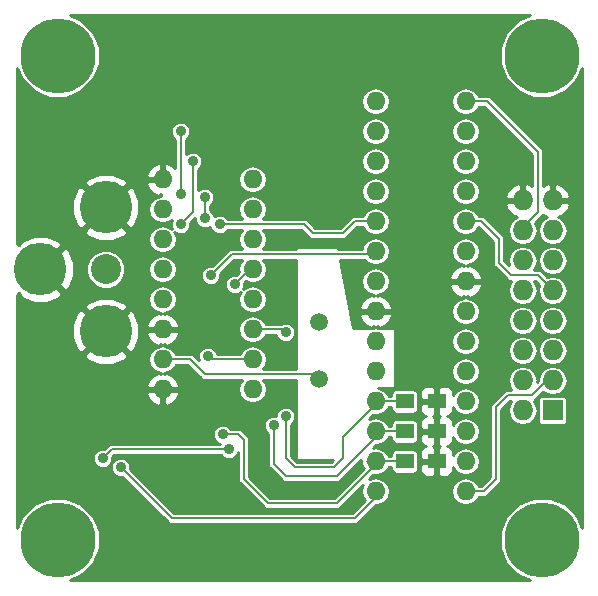
<source format=gbl>
G04 #@! TF.FileFunction,Copper,L2,Bot,Signal*
%FSLAX46Y46*%
G04 Gerber Fmt 4.6, Leading zero omitted, Abs format (unit mm)*
G04 Created by KiCad (PCBNEW (after 2015-mar-04 BZR unknown)-product) date 11/7/2016 1:25:55 PM*
%MOMM*%
G01*
G04 APERTURE LIST*
%ADD10C,0.150000*%
%ADD11C,6.350000*%
%ADD12R,1.727200X1.727200*%
%ADD13O,1.727200X1.727200*%
%ADD14O,1.600000X1.600000*%
%ADD15C,1.501140*%
%ADD16C,4.445000*%
%ADD17C,2.540000*%
%ADD18R,1.500000X1.300000*%
%ADD19C,0.889000*%
%ADD20C,0.203200*%
%ADD21C,0.254000*%
G04 APERTURE END LIST*
D10*
D11*
X200000000Y-125000000D03*
X159000000Y-125000000D03*
X200000000Y-84000000D03*
X159000000Y-84000000D03*
D12*
X200914000Y-114046000D03*
D13*
X198374000Y-114046000D03*
X200914000Y-111506000D03*
X198374000Y-111506000D03*
X200914000Y-108966000D03*
X198374000Y-108966000D03*
X200914000Y-106426000D03*
X198374000Y-106426000D03*
X200914000Y-103886000D03*
X198374000Y-103886000D03*
X200914000Y-101346000D03*
X198374000Y-101346000D03*
X200914000Y-98806000D03*
X198374000Y-98806000D03*
X200914000Y-96266000D03*
X198374000Y-96266000D03*
D14*
X185928000Y-87884000D03*
X185928000Y-90424000D03*
X185928000Y-92964000D03*
X185928000Y-95504000D03*
X185928000Y-98044000D03*
X185928000Y-100584000D03*
X185928000Y-103124000D03*
X185928000Y-105664000D03*
X185928000Y-108204000D03*
X185928000Y-110744000D03*
X185928000Y-113284000D03*
X185928000Y-115824000D03*
X185928000Y-118364000D03*
X185928000Y-120904000D03*
X193548000Y-120904000D03*
X193548000Y-118364000D03*
X193548000Y-115824000D03*
X193548000Y-113284000D03*
X193548000Y-110744000D03*
X193548000Y-108204000D03*
X193548000Y-105664000D03*
X193548000Y-103124000D03*
X193548000Y-100584000D03*
X193548000Y-98044000D03*
X193548000Y-95504000D03*
X193548000Y-92964000D03*
X193548000Y-90424000D03*
X193548000Y-87884000D03*
X167894000Y-94488000D03*
X167894000Y-97028000D03*
X167894000Y-99568000D03*
X167894000Y-102108000D03*
X167894000Y-104648000D03*
X167894000Y-107188000D03*
X167894000Y-109728000D03*
X167894000Y-112268000D03*
X175514000Y-112268000D03*
X175514000Y-109728000D03*
X175514000Y-107188000D03*
X175514000Y-104648000D03*
X175514000Y-102108000D03*
X175514000Y-99568000D03*
X175514000Y-97028000D03*
X175514000Y-94488000D03*
D15*
X181102000Y-111406940D03*
X181102000Y-106525060D03*
D16*
X157556200Y-102108000D03*
X163068000Y-107353100D03*
X163068000Y-96862900D03*
D17*
X163068000Y-102108000D03*
D18*
X188388000Y-113284000D03*
X191088000Y-113284000D03*
X188388000Y-115824000D03*
X191088000Y-115824000D03*
X188388000Y-118364000D03*
X191088000Y-118364000D03*
D19*
X181102000Y-120650000D03*
X181102000Y-97536000D03*
X164338000Y-118872000D03*
X173990000Y-103378000D03*
X162814000Y-118110000D03*
X173482000Y-117348000D03*
X169418000Y-95758000D03*
X169418000Y-90424000D03*
X169418000Y-98298000D03*
X170434000Y-92964000D03*
X171450000Y-97790000D03*
X171450000Y-96012000D03*
X172720000Y-98298000D03*
X171704000Y-109474000D03*
X171958000Y-102616000D03*
X178308000Y-114554000D03*
X178308000Y-107442000D03*
X177292000Y-115316000D03*
X172974000Y-116078000D03*
D20*
X167894000Y-109728000D02*
X170180000Y-109728000D01*
X170180000Y-109728000D02*
X171450000Y-110998000D01*
X171450000Y-110998000D02*
X180693060Y-110998000D01*
X180693060Y-110998000D02*
X181102000Y-111406940D01*
X200914000Y-111506000D02*
X200406000Y-111506000D01*
X200406000Y-111506000D02*
X199136000Y-112776000D01*
X199136000Y-112776000D02*
X197104000Y-112776000D01*
X197104000Y-112776000D02*
X196088000Y-113792000D01*
X196088000Y-113792000D02*
X196088000Y-119888000D01*
X196088000Y-119888000D02*
X195072000Y-120904000D01*
X195072000Y-120904000D02*
X193548000Y-120904000D01*
X200914000Y-103886000D02*
X199644000Y-102616000D01*
X194818000Y-98044000D02*
X193548000Y-98044000D01*
X196342000Y-99568000D02*
X194818000Y-98044000D01*
X196342000Y-101600000D02*
X196342000Y-99568000D01*
X197358000Y-102616000D02*
X196342000Y-101600000D01*
X199644000Y-102616000D02*
X197358000Y-102616000D01*
X198374000Y-98806000D02*
X198374000Y-98552000D01*
X198374000Y-98552000D02*
X199644000Y-97282000D01*
X199644000Y-97282000D02*
X199644000Y-92202000D01*
X199644000Y-92202000D02*
X195326000Y-87884000D01*
X195326000Y-87884000D02*
X193548000Y-87884000D01*
X185928000Y-120904000D02*
X185928000Y-121412000D01*
X185928000Y-121412000D02*
X184150000Y-123190000D01*
X168656000Y-123190000D02*
X164338000Y-118872000D01*
X184150000Y-123190000D02*
X168656000Y-123190000D01*
X173990000Y-103378000D02*
X175260000Y-102108000D01*
X162814000Y-118110000D02*
X163576000Y-117348000D01*
X163576000Y-117348000D02*
X173482000Y-117348000D01*
X175260000Y-102108000D02*
X175514000Y-102108000D01*
X169418000Y-95758000D02*
X169418000Y-90424000D01*
X169418000Y-98298000D02*
X170434000Y-97282000D01*
X170434000Y-97282000D02*
X170434000Y-92964000D01*
X171450000Y-97790000D02*
X171450000Y-96012000D01*
X172720000Y-98298000D02*
X174752000Y-98298000D01*
X174752000Y-98298000D02*
X179832000Y-98298000D01*
X184150000Y-98044000D02*
X185928000Y-98044000D01*
X183134000Y-99060000D02*
X184150000Y-98044000D01*
X180594000Y-99060000D02*
X183134000Y-99060000D01*
X179832000Y-98298000D02*
X180594000Y-99060000D01*
X175514000Y-109728000D02*
X171958000Y-109728000D01*
X171958000Y-109728000D02*
X171704000Y-109474000D01*
X173736000Y-100838000D02*
X185674000Y-100838000D01*
X171958000Y-102616000D02*
X173736000Y-100838000D01*
X185674000Y-100838000D02*
X185928000Y-100584000D01*
X185928000Y-113284000D02*
X185928000Y-113538000D01*
X185928000Y-113538000D02*
X183134000Y-116332000D01*
X178308000Y-118110000D02*
X178308000Y-114554000D01*
X179070000Y-118872000D02*
X178308000Y-118110000D01*
X182372000Y-118872000D02*
X179070000Y-118872000D01*
X183134000Y-118110000D02*
X182372000Y-118872000D01*
X183134000Y-116332000D02*
X183134000Y-118110000D01*
X175514000Y-107188000D02*
X178054000Y-107188000D01*
X178054000Y-107188000D02*
X178308000Y-107442000D01*
X185928000Y-113284000D02*
X188388000Y-113284000D01*
X185928000Y-115824000D02*
X185928000Y-116332000D01*
X185928000Y-116332000D02*
X182626000Y-119634000D01*
X177292000Y-118618000D02*
X177292000Y-115316000D01*
X178308000Y-119634000D02*
X177292000Y-118618000D01*
X182626000Y-119634000D02*
X178308000Y-119634000D01*
X185928000Y-115824000D02*
X188388000Y-115824000D01*
X185928000Y-118364000D02*
X185928000Y-118618000D01*
X185928000Y-118618000D02*
X182626000Y-121920000D01*
X174752000Y-119888000D02*
X174752000Y-116586000D01*
X176784000Y-121920000D02*
X174752000Y-119888000D01*
X182626000Y-121920000D02*
X176784000Y-121920000D01*
X185928000Y-118364000D02*
X185166000Y-118364000D01*
X174752000Y-116586000D02*
X174244000Y-116078000D01*
X174244000Y-116078000D02*
X172974000Y-116078000D01*
X185928000Y-118364000D02*
X188388000Y-118364000D01*
D21*
G36*
X203428500Y-123985706D02*
X203016388Y-122988319D01*
X202368958Y-122339758D01*
X202368958Y-96625026D01*
X202368958Y-95906974D01*
X202196688Y-95491053D01*
X201802490Y-95059179D01*
X201273027Y-94811032D01*
X201041000Y-94931531D01*
X201041000Y-96139000D01*
X202247817Y-96139000D01*
X202368958Y-95906974D01*
X202368958Y-96625026D01*
X202247817Y-96393000D01*
X201041000Y-96393000D01*
X201041000Y-96413000D01*
X200787000Y-96413000D01*
X200787000Y-96393000D01*
X200767000Y-96393000D01*
X200767000Y-96139000D01*
X200787000Y-96139000D01*
X200787000Y-94931531D01*
X200554973Y-94811032D01*
X200126600Y-95011800D01*
X200126600Y-92202000D01*
X200089864Y-92017317D01*
X199985250Y-91860750D01*
X195667250Y-87542750D01*
X195510683Y-87438136D01*
X195326000Y-87401400D01*
X194641758Y-87401400D01*
X194406230Y-87048907D01*
X194023086Y-86792898D01*
X193571137Y-86703000D01*
X193524863Y-86703000D01*
X193072914Y-86792898D01*
X192689770Y-87048907D01*
X192433761Y-87432051D01*
X192343863Y-87884000D01*
X192433761Y-88335949D01*
X192689770Y-88719093D01*
X193072914Y-88975102D01*
X193524863Y-89065000D01*
X193571137Y-89065000D01*
X194023086Y-88975102D01*
X194406230Y-88719093D01*
X194641758Y-88366600D01*
X195126100Y-88366600D01*
X199161400Y-92401900D01*
X199161400Y-95011800D01*
X198733027Y-94811032D01*
X198501000Y-94931531D01*
X198501000Y-96139000D01*
X198521000Y-96139000D01*
X198521000Y-96393000D01*
X198501000Y-96393000D01*
X198501000Y-96413000D01*
X198247000Y-96413000D01*
X198247000Y-96393000D01*
X198247000Y-96139000D01*
X198247000Y-94931531D01*
X198014973Y-94811032D01*
X197485510Y-95059179D01*
X197091312Y-95491053D01*
X196919042Y-95906974D01*
X197040183Y-96139000D01*
X198247000Y-96139000D01*
X198247000Y-96393000D01*
X197040183Y-96393000D01*
X196919042Y-96625026D01*
X197091312Y-97040947D01*
X197485510Y-97472821D01*
X197875661Y-97655676D01*
X197873329Y-97656140D01*
X197469552Y-97925935D01*
X197199757Y-98329712D01*
X197105017Y-98806000D01*
X197199757Y-99282288D01*
X197469552Y-99686065D01*
X197873329Y-99955860D01*
X198349617Y-100050600D01*
X198398383Y-100050600D01*
X198874671Y-99955860D01*
X199278448Y-99686065D01*
X199548243Y-99282288D01*
X199642983Y-98806000D01*
X199548243Y-98329712D01*
X199440314Y-98168185D01*
X199985250Y-97623250D01*
X200071393Y-97494325D01*
X200415661Y-97655676D01*
X200413329Y-97656140D01*
X200009552Y-97925935D01*
X199739757Y-98329712D01*
X199645017Y-98806000D01*
X199739757Y-99282288D01*
X200009552Y-99686065D01*
X200413329Y-99955860D01*
X200889617Y-100050600D01*
X200938383Y-100050600D01*
X201414671Y-99955860D01*
X201818448Y-99686065D01*
X202088243Y-99282288D01*
X202182983Y-98806000D01*
X202088243Y-98329712D01*
X201818448Y-97925935D01*
X201414671Y-97656140D01*
X201412338Y-97655676D01*
X201802490Y-97472821D01*
X202196688Y-97040947D01*
X202368958Y-96625026D01*
X202368958Y-122339758D01*
X202182983Y-122153458D01*
X202182983Y-111506000D01*
X202182983Y-108966000D01*
X202182983Y-106426000D01*
X202182983Y-103886000D01*
X202182983Y-101346000D01*
X202088243Y-100869712D01*
X201818448Y-100465935D01*
X201414671Y-100196140D01*
X200938383Y-100101400D01*
X200889617Y-100101400D01*
X200413329Y-100196140D01*
X200009552Y-100465935D01*
X199739757Y-100869712D01*
X199645017Y-101346000D01*
X199739757Y-101822288D01*
X200009552Y-102226065D01*
X200413329Y-102495860D01*
X200889617Y-102590600D01*
X200938383Y-102590600D01*
X201414671Y-102495860D01*
X201818448Y-102226065D01*
X202088243Y-101822288D01*
X202182983Y-101346000D01*
X202182983Y-103886000D01*
X202088243Y-103409712D01*
X201818448Y-103005935D01*
X201414671Y-102736140D01*
X200938383Y-102641400D01*
X200889617Y-102641400D01*
X200441113Y-102730613D01*
X199985250Y-102274750D01*
X199828683Y-102170136D01*
X199644000Y-102133400D01*
X199340364Y-102133400D01*
X199548243Y-101822288D01*
X199642983Y-101346000D01*
X199548243Y-100869712D01*
X199278448Y-100465935D01*
X198874671Y-100196140D01*
X198398383Y-100101400D01*
X198349617Y-100101400D01*
X197873329Y-100196140D01*
X197469552Y-100465935D01*
X197199757Y-100869712D01*
X197105017Y-101346000D01*
X197188079Y-101763579D01*
X196824600Y-101400100D01*
X196824600Y-99568000D01*
X196787864Y-99383317D01*
X196683250Y-99226750D01*
X196683246Y-99226747D01*
X195159250Y-97702750D01*
X195002683Y-97598136D01*
X194818000Y-97561400D01*
X194752137Y-97561400D01*
X194752137Y-95504000D01*
X194752137Y-92964000D01*
X194752137Y-90424000D01*
X194662239Y-89972051D01*
X194406230Y-89588907D01*
X194023086Y-89332898D01*
X193571137Y-89243000D01*
X193524863Y-89243000D01*
X193072914Y-89332898D01*
X192689770Y-89588907D01*
X192433761Y-89972051D01*
X192343863Y-90424000D01*
X192433761Y-90875949D01*
X192689770Y-91259093D01*
X193072914Y-91515102D01*
X193524863Y-91605000D01*
X193571137Y-91605000D01*
X194023086Y-91515102D01*
X194406230Y-91259093D01*
X194662239Y-90875949D01*
X194752137Y-90424000D01*
X194752137Y-92964000D01*
X194662239Y-92512051D01*
X194406230Y-92128907D01*
X194023086Y-91872898D01*
X193571137Y-91783000D01*
X193524863Y-91783000D01*
X193072914Y-91872898D01*
X192689770Y-92128907D01*
X192433761Y-92512051D01*
X192343863Y-92964000D01*
X192433761Y-93415949D01*
X192689770Y-93799093D01*
X193072914Y-94055102D01*
X193524863Y-94145000D01*
X193571137Y-94145000D01*
X194023086Y-94055102D01*
X194406230Y-93799093D01*
X194662239Y-93415949D01*
X194752137Y-92964000D01*
X194752137Y-95504000D01*
X194662239Y-95052051D01*
X194406230Y-94668907D01*
X194023086Y-94412898D01*
X193571137Y-94323000D01*
X193524863Y-94323000D01*
X193072914Y-94412898D01*
X192689770Y-94668907D01*
X192433761Y-95052051D01*
X192343863Y-95504000D01*
X192433761Y-95955949D01*
X192689770Y-96339093D01*
X193072914Y-96595102D01*
X193524863Y-96685000D01*
X193571137Y-96685000D01*
X194023086Y-96595102D01*
X194406230Y-96339093D01*
X194662239Y-95955949D01*
X194752137Y-95504000D01*
X194752137Y-97561400D01*
X194641758Y-97561400D01*
X194406230Y-97208907D01*
X194023086Y-96952898D01*
X193571137Y-96863000D01*
X193524863Y-96863000D01*
X193072914Y-96952898D01*
X192689770Y-97208907D01*
X192433761Y-97592051D01*
X192343863Y-98044000D01*
X192433761Y-98495949D01*
X192689770Y-98879093D01*
X193072914Y-99135102D01*
X193524863Y-99225000D01*
X193571137Y-99225000D01*
X194023086Y-99135102D01*
X194406230Y-98879093D01*
X194632282Y-98540782D01*
X195859400Y-99767899D01*
X195859400Y-101600000D01*
X195896136Y-101784683D01*
X196000750Y-101941250D01*
X197016750Y-102957250D01*
X197173317Y-103061864D01*
X197358000Y-103098600D01*
X197407635Y-103098600D01*
X197199757Y-103409712D01*
X197105017Y-103886000D01*
X197199757Y-104362288D01*
X197469552Y-104766065D01*
X197873329Y-105035860D01*
X198349617Y-105130600D01*
X198398383Y-105130600D01*
X198874671Y-105035860D01*
X199278448Y-104766065D01*
X199548243Y-104362288D01*
X199642983Y-103886000D01*
X199548243Y-103409712D01*
X199340364Y-103098600D01*
X199444100Y-103098600D01*
X199745947Y-103400447D01*
X199739757Y-103409712D01*
X199645017Y-103886000D01*
X199739757Y-104362288D01*
X200009552Y-104766065D01*
X200413329Y-105035860D01*
X200889617Y-105130600D01*
X200938383Y-105130600D01*
X201414671Y-105035860D01*
X201818448Y-104766065D01*
X202088243Y-104362288D01*
X202182983Y-103886000D01*
X202182983Y-106426000D01*
X202088243Y-105949712D01*
X201818448Y-105545935D01*
X201414671Y-105276140D01*
X200938383Y-105181400D01*
X200889617Y-105181400D01*
X200413329Y-105276140D01*
X200009552Y-105545935D01*
X199739757Y-105949712D01*
X199645017Y-106426000D01*
X199739757Y-106902288D01*
X200009552Y-107306065D01*
X200413329Y-107575860D01*
X200889617Y-107670600D01*
X200938383Y-107670600D01*
X201414671Y-107575860D01*
X201818448Y-107306065D01*
X202088243Y-106902288D01*
X202182983Y-106426000D01*
X202182983Y-108966000D01*
X202088243Y-108489712D01*
X201818448Y-108085935D01*
X201414671Y-107816140D01*
X200938383Y-107721400D01*
X200889617Y-107721400D01*
X200413329Y-107816140D01*
X200009552Y-108085935D01*
X199739757Y-108489712D01*
X199645017Y-108966000D01*
X199739757Y-109442288D01*
X200009552Y-109846065D01*
X200413329Y-110115860D01*
X200889617Y-110210600D01*
X200938383Y-110210600D01*
X201414671Y-110115860D01*
X201818448Y-109846065D01*
X202088243Y-109442288D01*
X202182983Y-108966000D01*
X202182983Y-111506000D01*
X202088243Y-111029712D01*
X201818448Y-110625935D01*
X201414671Y-110356140D01*
X200938383Y-110261400D01*
X200889617Y-110261400D01*
X200413329Y-110356140D01*
X200009552Y-110625935D01*
X199739757Y-111029712D01*
X199645017Y-111506000D01*
X199658038Y-111571461D01*
X199622990Y-111606509D01*
X199642983Y-111506000D01*
X199642983Y-108966000D01*
X199642983Y-106426000D01*
X199548243Y-105949712D01*
X199278448Y-105545935D01*
X198874671Y-105276140D01*
X198398383Y-105181400D01*
X198349617Y-105181400D01*
X197873329Y-105276140D01*
X197469552Y-105545935D01*
X197199757Y-105949712D01*
X197105017Y-106426000D01*
X197199757Y-106902288D01*
X197469552Y-107306065D01*
X197873329Y-107575860D01*
X198349617Y-107670600D01*
X198398383Y-107670600D01*
X198874671Y-107575860D01*
X199278448Y-107306065D01*
X199548243Y-106902288D01*
X199642983Y-106426000D01*
X199642983Y-108966000D01*
X199548243Y-108489712D01*
X199278448Y-108085935D01*
X198874671Y-107816140D01*
X198398383Y-107721400D01*
X198349617Y-107721400D01*
X197873329Y-107816140D01*
X197469552Y-108085935D01*
X197199757Y-108489712D01*
X197105017Y-108966000D01*
X197199757Y-109442288D01*
X197469552Y-109846065D01*
X197873329Y-110115860D01*
X198349617Y-110210600D01*
X198398383Y-110210600D01*
X198874671Y-110115860D01*
X199278448Y-109846065D01*
X199548243Y-109442288D01*
X199642983Y-108966000D01*
X199642983Y-111506000D01*
X199548243Y-111029712D01*
X199278448Y-110625935D01*
X198874671Y-110356140D01*
X198398383Y-110261400D01*
X198349617Y-110261400D01*
X197873329Y-110356140D01*
X197469552Y-110625935D01*
X197199757Y-111029712D01*
X197105017Y-111506000D01*
X197199757Y-111982288D01*
X197407635Y-112293400D01*
X197104000Y-112293400D01*
X196919317Y-112330136D01*
X196762750Y-112434750D01*
X195746750Y-113450750D01*
X195642136Y-113607317D01*
X195605400Y-113792000D01*
X195605400Y-119688100D01*
X194939904Y-120353596D01*
X194939904Y-103473039D01*
X194939904Y-102774961D01*
X194779041Y-102386577D01*
X194752137Y-102356877D01*
X194403134Y-101971611D01*
X193897041Y-101732086D01*
X193675002Y-101853369D01*
X193675002Y-101744340D01*
X194023086Y-101675102D01*
X194406230Y-101419093D01*
X194662239Y-101035949D01*
X194752137Y-100584000D01*
X194662239Y-100132051D01*
X194406230Y-99748907D01*
X194023086Y-99492898D01*
X193571137Y-99403000D01*
X193524863Y-99403000D01*
X193072914Y-99492898D01*
X192689770Y-99748907D01*
X192433761Y-100132051D01*
X192343863Y-100584000D01*
X192433761Y-101035949D01*
X192689770Y-101419093D01*
X193072914Y-101675102D01*
X193420998Y-101744340D01*
X193420998Y-101853369D01*
X193198959Y-101732086D01*
X192692866Y-101971611D01*
X192316959Y-102386577D01*
X192156096Y-102774961D01*
X192278085Y-102997000D01*
X193421000Y-102997000D01*
X193421000Y-102977000D01*
X193675000Y-102977000D01*
X193675000Y-102997000D01*
X194817915Y-102997000D01*
X194939904Y-102774961D01*
X194939904Y-103473039D01*
X194817915Y-103251000D01*
X193675000Y-103251000D01*
X193675000Y-103271000D01*
X193421000Y-103271000D01*
X193421000Y-103251000D01*
X192278085Y-103251000D01*
X192156096Y-103473039D01*
X192316959Y-103861423D01*
X192692866Y-104276389D01*
X193198959Y-104515914D01*
X193420998Y-104394630D01*
X193420998Y-104503659D01*
X193072914Y-104572898D01*
X192689770Y-104828907D01*
X192433761Y-105212051D01*
X192343863Y-105664000D01*
X192433761Y-106115949D01*
X192689770Y-106499093D01*
X193072914Y-106755102D01*
X193524863Y-106845000D01*
X193571137Y-106845000D01*
X194023086Y-106755102D01*
X194406230Y-106499093D01*
X194662239Y-106115949D01*
X194752137Y-105664000D01*
X194662239Y-105212051D01*
X194406230Y-104828907D01*
X194023086Y-104572898D01*
X193675002Y-104503659D01*
X193675002Y-104394630D01*
X193897041Y-104515914D01*
X194403134Y-104276389D01*
X194779041Y-103861423D01*
X194939904Y-103473039D01*
X194939904Y-120353596D01*
X194872100Y-120421400D01*
X194752137Y-120421400D01*
X194752137Y-118364000D01*
X194662239Y-117912051D01*
X194406230Y-117528907D01*
X194023086Y-117272898D01*
X193571137Y-117183000D01*
X193524863Y-117183000D01*
X193072914Y-117272898D01*
X192689770Y-117528907D01*
X192473000Y-117853325D01*
X192473000Y-117840309D01*
X192473000Y-117587690D01*
X192376327Y-117354301D01*
X192197698Y-117175673D01*
X192000522Y-117094000D01*
X192197698Y-117012327D01*
X192376327Y-116833699D01*
X192473000Y-116600310D01*
X192473000Y-116347691D01*
X192473000Y-116334674D01*
X192689770Y-116659093D01*
X193072914Y-116915102D01*
X193524863Y-117005000D01*
X193571137Y-117005000D01*
X194023086Y-116915102D01*
X194406230Y-116659093D01*
X194662239Y-116275949D01*
X194752137Y-115824000D01*
X194662239Y-115372051D01*
X194406230Y-114988907D01*
X194023086Y-114732898D01*
X193571137Y-114643000D01*
X193524863Y-114643000D01*
X193072914Y-114732898D01*
X192689770Y-114988907D01*
X192473000Y-115313325D01*
X192473000Y-115300309D01*
X192473000Y-115047690D01*
X192376327Y-114814301D01*
X192197698Y-114635673D01*
X192000522Y-114554000D01*
X192197698Y-114472327D01*
X192376327Y-114293699D01*
X192473000Y-114060310D01*
X192473000Y-113807691D01*
X192473000Y-113794674D01*
X192689770Y-114119093D01*
X193072914Y-114375102D01*
X193524863Y-114465000D01*
X193571137Y-114465000D01*
X194023086Y-114375102D01*
X194406230Y-114119093D01*
X194662239Y-113735949D01*
X194752137Y-113284000D01*
X194752137Y-110744000D01*
X194752137Y-108204000D01*
X194662239Y-107752051D01*
X194406230Y-107368907D01*
X194023086Y-107112898D01*
X193571137Y-107023000D01*
X193524863Y-107023000D01*
X193072914Y-107112898D01*
X192689770Y-107368907D01*
X192433761Y-107752051D01*
X192343863Y-108204000D01*
X192433761Y-108655949D01*
X192689770Y-109039093D01*
X193072914Y-109295102D01*
X193524863Y-109385000D01*
X193571137Y-109385000D01*
X194023086Y-109295102D01*
X194406230Y-109039093D01*
X194662239Y-108655949D01*
X194752137Y-108204000D01*
X194752137Y-110744000D01*
X194662239Y-110292051D01*
X194406230Y-109908907D01*
X194023086Y-109652898D01*
X193571137Y-109563000D01*
X193524863Y-109563000D01*
X193072914Y-109652898D01*
X192689770Y-109908907D01*
X192433761Y-110292051D01*
X192343863Y-110744000D01*
X192433761Y-111195949D01*
X192689770Y-111579093D01*
X193072914Y-111835102D01*
X193524863Y-111925000D01*
X193571137Y-111925000D01*
X194023086Y-111835102D01*
X194406230Y-111579093D01*
X194662239Y-111195949D01*
X194752137Y-110744000D01*
X194752137Y-113284000D01*
X194662239Y-112832051D01*
X194406230Y-112448907D01*
X194023086Y-112192898D01*
X193571137Y-112103000D01*
X193524863Y-112103000D01*
X193072914Y-112192898D01*
X192689770Y-112448907D01*
X192473000Y-112773325D01*
X192473000Y-112760309D01*
X192473000Y-112507690D01*
X192376327Y-112274301D01*
X192197698Y-112095673D01*
X191964309Y-111999000D01*
X191373750Y-111999000D01*
X191215000Y-112157750D01*
X191215000Y-113157000D01*
X191235000Y-113157000D01*
X191235000Y-113411000D01*
X191215000Y-113411000D01*
X191215000Y-114410250D01*
X191358750Y-114554000D01*
X191215000Y-114697750D01*
X191215000Y-115697000D01*
X191235000Y-115697000D01*
X191235000Y-115951000D01*
X191215000Y-115951000D01*
X191215000Y-116950250D01*
X191358750Y-117094000D01*
X191215000Y-117237750D01*
X191215000Y-118237000D01*
X191235000Y-118237000D01*
X191235000Y-118491000D01*
X191215000Y-118491000D01*
X191215000Y-119490250D01*
X191373750Y-119649000D01*
X191964309Y-119649000D01*
X192197698Y-119552327D01*
X192376327Y-119373699D01*
X192473000Y-119140310D01*
X192473000Y-118887691D01*
X192473000Y-118874674D01*
X192689770Y-119199093D01*
X193072914Y-119455102D01*
X193524863Y-119545000D01*
X193571137Y-119545000D01*
X194023086Y-119455102D01*
X194406230Y-119199093D01*
X194662239Y-118815949D01*
X194752137Y-118364000D01*
X194752137Y-120421400D01*
X194641758Y-120421400D01*
X194406230Y-120068907D01*
X194023086Y-119812898D01*
X193571137Y-119723000D01*
X193524863Y-119723000D01*
X193072914Y-119812898D01*
X192689770Y-120068907D01*
X192433761Y-120452051D01*
X192343863Y-120904000D01*
X192433761Y-121355949D01*
X192689770Y-121739093D01*
X193072914Y-121995102D01*
X193524863Y-122085000D01*
X193571137Y-122085000D01*
X194023086Y-121995102D01*
X194406230Y-121739093D01*
X194641758Y-121386600D01*
X195072000Y-121386600D01*
X195256683Y-121349864D01*
X195413250Y-121245250D01*
X196429250Y-120229250D01*
X196533864Y-120072683D01*
X196570600Y-119888000D01*
X196570600Y-113991900D01*
X197303900Y-113258600D01*
X197407635Y-113258600D01*
X197199757Y-113569712D01*
X197105017Y-114046000D01*
X197199757Y-114522288D01*
X197469552Y-114926065D01*
X197873329Y-115195860D01*
X198349617Y-115290600D01*
X198398383Y-115290600D01*
X198874671Y-115195860D01*
X199278448Y-114926065D01*
X199548243Y-114522288D01*
X199642983Y-114046000D01*
X199548243Y-113569712D01*
X199316389Y-113222718D01*
X199320683Y-113221864D01*
X199477250Y-113117250D01*
X200128773Y-112465726D01*
X200413329Y-112655860D01*
X200889617Y-112750600D01*
X200938383Y-112750600D01*
X201414671Y-112655860D01*
X201818448Y-112386065D01*
X202088243Y-111982288D01*
X202182983Y-111506000D01*
X202182983Y-122153458D01*
X202166064Y-122136510D01*
X202166064Y-114909600D01*
X202166064Y-113182400D01*
X202137878Y-113037126D01*
X202054004Y-112909444D01*
X201927384Y-112823974D01*
X201777600Y-112793936D01*
X200050400Y-112793936D01*
X199905126Y-112822122D01*
X199777444Y-112905996D01*
X199691974Y-113032616D01*
X199661936Y-113182400D01*
X199661936Y-114909600D01*
X199690122Y-115054874D01*
X199773996Y-115182556D01*
X199900616Y-115268026D01*
X200050400Y-115298064D01*
X201777600Y-115298064D01*
X201922874Y-115269878D01*
X202050556Y-115186004D01*
X202136026Y-115059384D01*
X202166064Y-114909600D01*
X202166064Y-122136510D01*
X202016942Y-121987128D01*
X200710435Y-121444619D01*
X199295771Y-121443384D01*
X197988319Y-121983612D01*
X196987128Y-122983058D01*
X196444619Y-124289565D01*
X196443384Y-125704229D01*
X196983612Y-127011681D01*
X197983058Y-128012872D01*
X198984001Y-128428500D01*
X190961000Y-128428500D01*
X190961000Y-119490250D01*
X190961000Y-118491000D01*
X190961000Y-118237000D01*
X190961000Y-117237750D01*
X190817250Y-117094000D01*
X190961000Y-116950250D01*
X190961000Y-115951000D01*
X190961000Y-115697000D01*
X190961000Y-114697750D01*
X190817250Y-114554000D01*
X190961000Y-114410250D01*
X190961000Y-113411000D01*
X190961000Y-113157000D01*
X190961000Y-112157750D01*
X190802250Y-111999000D01*
X190211691Y-111999000D01*
X189978302Y-112095673D01*
X189799673Y-112274301D01*
X189703000Y-112507690D01*
X189703000Y-112760309D01*
X189703000Y-112998250D01*
X189861750Y-113157000D01*
X190961000Y-113157000D01*
X190961000Y-113411000D01*
X189861750Y-113411000D01*
X189703000Y-113569750D01*
X189703000Y-113807691D01*
X189703000Y-114060310D01*
X189799673Y-114293699D01*
X189978302Y-114472327D01*
X190175477Y-114554000D01*
X189978302Y-114635673D01*
X189799673Y-114814301D01*
X189703000Y-115047690D01*
X189703000Y-115300309D01*
X189703000Y-115538250D01*
X189861750Y-115697000D01*
X190961000Y-115697000D01*
X190961000Y-115951000D01*
X189861750Y-115951000D01*
X189703000Y-116109750D01*
X189703000Y-116347691D01*
X189703000Y-116600310D01*
X189799673Y-116833699D01*
X189978302Y-117012327D01*
X190175477Y-117094000D01*
X189978302Y-117175673D01*
X189799673Y-117354301D01*
X189703000Y-117587690D01*
X189703000Y-117840309D01*
X189703000Y-118078250D01*
X189861750Y-118237000D01*
X190961000Y-118237000D01*
X190961000Y-118491000D01*
X189861750Y-118491000D01*
X189703000Y-118649750D01*
X189703000Y-118887691D01*
X189703000Y-119140310D01*
X189799673Y-119373699D01*
X189978302Y-119552327D01*
X190211691Y-119649000D01*
X190802250Y-119649000D01*
X190961000Y-119490250D01*
X190961000Y-128428500D01*
X189526464Y-128428500D01*
X189526464Y-119014000D01*
X189526464Y-117714000D01*
X189498278Y-117568726D01*
X189414404Y-117441044D01*
X189287784Y-117355574D01*
X189138000Y-117325536D01*
X187638000Y-117325536D01*
X187492726Y-117353722D01*
X187365044Y-117437596D01*
X187279574Y-117564216D01*
X187249536Y-117714000D01*
X187249536Y-117881400D01*
X187021758Y-117881400D01*
X186786230Y-117528907D01*
X186403086Y-117272898D01*
X185951137Y-117183000D01*
X185904863Y-117183000D01*
X185723406Y-117219093D01*
X185937500Y-117005000D01*
X185951137Y-117005000D01*
X186403086Y-116915102D01*
X186786230Y-116659093D01*
X187021758Y-116306600D01*
X187249536Y-116306600D01*
X187249536Y-116474000D01*
X187277722Y-116619274D01*
X187361596Y-116746956D01*
X187488216Y-116832426D01*
X187638000Y-116862464D01*
X189138000Y-116862464D01*
X189283274Y-116834278D01*
X189410956Y-116750404D01*
X189496426Y-116623784D01*
X189526464Y-116474000D01*
X189526464Y-115174000D01*
X189498278Y-115028726D01*
X189414404Y-114901044D01*
X189287784Y-114815574D01*
X189138000Y-114785536D01*
X187638000Y-114785536D01*
X187492726Y-114813722D01*
X187365044Y-114897596D01*
X187279574Y-115024216D01*
X187249536Y-115174000D01*
X187249536Y-115341400D01*
X187021758Y-115341400D01*
X186786230Y-114988907D01*
X186403086Y-114732898D01*
X185951137Y-114643000D01*
X185904863Y-114643000D01*
X185452914Y-114732898D01*
X185340467Y-114808032D01*
X185720226Y-114428273D01*
X185904863Y-114465000D01*
X185951137Y-114465000D01*
X186403086Y-114375102D01*
X186786230Y-114119093D01*
X187021758Y-113766600D01*
X187249536Y-113766600D01*
X187249536Y-113934000D01*
X187277722Y-114079274D01*
X187361596Y-114206956D01*
X187488216Y-114292426D01*
X187638000Y-114322464D01*
X189138000Y-114322464D01*
X189283274Y-114294278D01*
X189410956Y-114210404D01*
X189496426Y-114083784D01*
X189526464Y-113934000D01*
X189526464Y-112634000D01*
X189498278Y-112488726D01*
X189414404Y-112361044D01*
X189287784Y-112275574D01*
X189138000Y-112245536D01*
X187638000Y-112245536D01*
X187492726Y-112273722D01*
X187365044Y-112357596D01*
X187279574Y-112484216D01*
X187249536Y-112634000D01*
X187249536Y-112801400D01*
X187021758Y-112801400D01*
X186786230Y-112448907D01*
X186403086Y-112192898D01*
X186142176Y-112141000D01*
X187579000Y-112141000D01*
X187579000Y-107061000D01*
X187319904Y-107061000D01*
X186142176Y-107061000D01*
X186055002Y-107043660D01*
X186055002Y-106934630D01*
X186277041Y-107055914D01*
X186783134Y-106816389D01*
X187159041Y-106401423D01*
X187319904Y-106013039D01*
X187319904Y-105314961D01*
X187159041Y-104926577D01*
X187132137Y-104896877D01*
X186783134Y-104511611D01*
X186277041Y-104272086D01*
X186055002Y-104393369D01*
X186055002Y-104284340D01*
X186403086Y-104215102D01*
X186786230Y-103959093D01*
X187042239Y-103575949D01*
X187132137Y-103124000D01*
X187042239Y-102672051D01*
X186786230Y-102288907D01*
X186403086Y-102032898D01*
X185951137Y-101943000D01*
X185904863Y-101943000D01*
X185452914Y-102032898D01*
X185069770Y-102288907D01*
X184813761Y-102672051D01*
X184723863Y-103124000D01*
X184813761Y-103575949D01*
X185069770Y-103959093D01*
X185452914Y-104215102D01*
X185800998Y-104284340D01*
X185800998Y-104393369D01*
X185578959Y-104272086D01*
X185072866Y-104511611D01*
X184696959Y-104926577D01*
X184536096Y-105314961D01*
X184658085Y-105537000D01*
X185801000Y-105537000D01*
X185801000Y-105517000D01*
X186055000Y-105517000D01*
X186055000Y-105537000D01*
X187197915Y-105537000D01*
X187319904Y-105314961D01*
X187319904Y-106013039D01*
X187197915Y-105791000D01*
X186055000Y-105791000D01*
X186055000Y-105811000D01*
X185801000Y-105811000D01*
X185801000Y-105791000D01*
X184658085Y-105791000D01*
X184536096Y-106013039D01*
X184696959Y-106401423D01*
X185072866Y-106816389D01*
X185578959Y-107055914D01*
X185800998Y-106934630D01*
X185800998Y-107043659D01*
X185713823Y-107061000D01*
X184001641Y-107061000D01*
X182938603Y-101320600D01*
X185003958Y-101320600D01*
X185069770Y-101419093D01*
X185452914Y-101675102D01*
X185904863Y-101765000D01*
X185951137Y-101765000D01*
X186403086Y-101675102D01*
X186786230Y-101419093D01*
X187042239Y-101035949D01*
X187132137Y-100584000D01*
X187042239Y-100132051D01*
X186786230Y-99748907D01*
X186403086Y-99492898D01*
X185951137Y-99403000D01*
X185904863Y-99403000D01*
X185452914Y-99492898D01*
X185069770Y-99748907D01*
X184813761Y-100132051D01*
X184769334Y-100355400D01*
X182759863Y-100355400D01*
X182731641Y-100203000D01*
X179197000Y-100203000D01*
X179197000Y-100355400D01*
X176404097Y-100355400D01*
X176628239Y-100019949D01*
X176718137Y-99568000D01*
X176628239Y-99116051D01*
X176404097Y-98780600D01*
X179632100Y-98780600D01*
X180252750Y-99401250D01*
X180409317Y-99505864D01*
X180594000Y-99542601D01*
X180594000Y-99542600D01*
X180594005Y-99542600D01*
X183134000Y-99542600D01*
X183318683Y-99505864D01*
X183475250Y-99401250D01*
X184349900Y-98526600D01*
X184834241Y-98526600D01*
X185069770Y-98879093D01*
X185452914Y-99135102D01*
X185904863Y-99225000D01*
X185951137Y-99225000D01*
X186403086Y-99135102D01*
X186786230Y-98879093D01*
X187042239Y-98495949D01*
X187132137Y-98044000D01*
X187132137Y-95504000D01*
X187132137Y-92964000D01*
X187132137Y-90424000D01*
X187132137Y-87884000D01*
X187042239Y-87432051D01*
X186786230Y-87048907D01*
X186403086Y-86792898D01*
X185951137Y-86703000D01*
X185904863Y-86703000D01*
X185452914Y-86792898D01*
X185069770Y-87048907D01*
X184813761Y-87432051D01*
X184723863Y-87884000D01*
X184813761Y-88335949D01*
X185069770Y-88719093D01*
X185452914Y-88975102D01*
X185904863Y-89065000D01*
X185951137Y-89065000D01*
X186403086Y-88975102D01*
X186786230Y-88719093D01*
X187042239Y-88335949D01*
X187132137Y-87884000D01*
X187132137Y-90424000D01*
X187042239Y-89972051D01*
X186786230Y-89588907D01*
X186403086Y-89332898D01*
X185951137Y-89243000D01*
X185904863Y-89243000D01*
X185452914Y-89332898D01*
X185069770Y-89588907D01*
X184813761Y-89972051D01*
X184723863Y-90424000D01*
X184813761Y-90875949D01*
X185069770Y-91259093D01*
X185452914Y-91515102D01*
X185904863Y-91605000D01*
X185951137Y-91605000D01*
X186403086Y-91515102D01*
X186786230Y-91259093D01*
X187042239Y-90875949D01*
X187132137Y-90424000D01*
X187132137Y-92964000D01*
X187042239Y-92512051D01*
X186786230Y-92128907D01*
X186403086Y-91872898D01*
X185951137Y-91783000D01*
X185904863Y-91783000D01*
X185452914Y-91872898D01*
X185069770Y-92128907D01*
X184813761Y-92512051D01*
X184723863Y-92964000D01*
X184813761Y-93415949D01*
X185069770Y-93799093D01*
X185452914Y-94055102D01*
X185904863Y-94145000D01*
X185951137Y-94145000D01*
X186403086Y-94055102D01*
X186786230Y-93799093D01*
X187042239Y-93415949D01*
X187132137Y-92964000D01*
X187132137Y-95504000D01*
X187042239Y-95052051D01*
X186786230Y-94668907D01*
X186403086Y-94412898D01*
X185951137Y-94323000D01*
X185904863Y-94323000D01*
X185452914Y-94412898D01*
X185069770Y-94668907D01*
X184813761Y-95052051D01*
X184723863Y-95504000D01*
X184813761Y-95955949D01*
X185069770Y-96339093D01*
X185452914Y-96595102D01*
X185904863Y-96685000D01*
X185951137Y-96685000D01*
X186403086Y-96595102D01*
X186786230Y-96339093D01*
X187042239Y-95955949D01*
X187132137Y-95504000D01*
X187132137Y-98044000D01*
X187042239Y-97592051D01*
X186786230Y-97208907D01*
X186403086Y-96952898D01*
X185951137Y-96863000D01*
X185904863Y-96863000D01*
X185452914Y-96952898D01*
X185069770Y-97208907D01*
X184834241Y-97561400D01*
X184150000Y-97561400D01*
X183965317Y-97598136D01*
X183808750Y-97702750D01*
X182934100Y-98577400D01*
X180793900Y-98577400D01*
X180173250Y-97956750D01*
X180016683Y-97852136D01*
X179832000Y-97815400D01*
X176404097Y-97815400D01*
X176628239Y-97479949D01*
X176718137Y-97028000D01*
X176718137Y-94488000D01*
X176628239Y-94036051D01*
X176372230Y-93652907D01*
X175989086Y-93396898D01*
X175537137Y-93307000D01*
X175490863Y-93307000D01*
X175038914Y-93396898D01*
X174655770Y-93652907D01*
X174399761Y-94036051D01*
X174309863Y-94488000D01*
X174399761Y-94939949D01*
X174655770Y-95323093D01*
X175038914Y-95579102D01*
X175490863Y-95669000D01*
X175537137Y-95669000D01*
X175989086Y-95579102D01*
X176372230Y-95323093D01*
X176628239Y-94939949D01*
X176718137Y-94488000D01*
X176718137Y-97028000D01*
X176628239Y-96576051D01*
X176372230Y-96192907D01*
X175989086Y-95936898D01*
X175537137Y-95847000D01*
X175490863Y-95847000D01*
X175038914Y-95936898D01*
X174655770Y-96192907D01*
X174399761Y-96576051D01*
X174309863Y-97028000D01*
X174399761Y-97479949D01*
X174623902Y-97815400D01*
X173404658Y-97815400D01*
X173188219Y-97598583D01*
X172884923Y-97472643D01*
X172556518Y-97472357D01*
X172262194Y-97593968D01*
X172150233Y-97323002D01*
X171932600Y-97104989D01*
X171932600Y-96696658D01*
X172149417Y-96480219D01*
X172275357Y-96176923D01*
X172275643Y-95848518D01*
X172150233Y-95545002D01*
X171918219Y-95312583D01*
X171614923Y-95186643D01*
X171286518Y-95186357D01*
X170983002Y-95311767D01*
X170916600Y-95378053D01*
X170916600Y-93648658D01*
X171133417Y-93432219D01*
X171259357Y-93128923D01*
X171259643Y-92800518D01*
X171134233Y-92497002D01*
X170902219Y-92264583D01*
X170598923Y-92138643D01*
X170270518Y-92138357D01*
X169967002Y-92263767D01*
X169900600Y-92330053D01*
X169900600Y-91108658D01*
X170117417Y-90892219D01*
X170243357Y-90588923D01*
X170243643Y-90260518D01*
X170118233Y-89957002D01*
X169886219Y-89724583D01*
X169582923Y-89598643D01*
X169254518Y-89598357D01*
X168951002Y-89723767D01*
X168718583Y-89955781D01*
X168592643Y-90259077D01*
X168592357Y-90587482D01*
X168717767Y-90890998D01*
X168935400Y-91109010D01*
X168935400Y-93541231D01*
X168749134Y-93335611D01*
X168243041Y-93096086D01*
X168021000Y-93217371D01*
X168021000Y-94361000D01*
X168041000Y-94361000D01*
X168041000Y-94615000D01*
X168021000Y-94615000D01*
X168021000Y-94635000D01*
X167767000Y-94635000D01*
X167767000Y-94615000D01*
X167767000Y-94361000D01*
X167767000Y-93217371D01*
X167544959Y-93096086D01*
X167038866Y-93335611D01*
X166662959Y-93750577D01*
X166502096Y-94138961D01*
X166624085Y-94361000D01*
X167767000Y-94361000D01*
X167767000Y-94615000D01*
X166624085Y-94615000D01*
X166502096Y-94837039D01*
X166662959Y-95225423D01*
X167038866Y-95640389D01*
X167544959Y-95879914D01*
X167766998Y-95758630D01*
X167766998Y-95867659D01*
X167418914Y-95936898D01*
X167035770Y-96192907D01*
X166779761Y-96576051D01*
X166689863Y-97028000D01*
X166779761Y-97479949D01*
X167035770Y-97863093D01*
X167418914Y-98119102D01*
X167870863Y-98209000D01*
X167917137Y-98209000D01*
X168369086Y-98119102D01*
X168686518Y-97906999D01*
X168592643Y-98133077D01*
X168592357Y-98461482D01*
X168686306Y-98688858D01*
X168369086Y-98476898D01*
X167917137Y-98387000D01*
X167870863Y-98387000D01*
X167418914Y-98476898D01*
X167035770Y-98732907D01*
X166779761Y-99116051D01*
X166689863Y-99568000D01*
X166779761Y-100019949D01*
X167035770Y-100403093D01*
X167418914Y-100659102D01*
X167870863Y-100749000D01*
X167917137Y-100749000D01*
X168369086Y-100659102D01*
X168752230Y-100403093D01*
X169008239Y-100019949D01*
X169098137Y-99568000D01*
X169008239Y-99116051D01*
X168886842Y-98934368D01*
X168949781Y-98997417D01*
X169253077Y-99123357D01*
X169581482Y-99123643D01*
X169884998Y-98998233D01*
X170117417Y-98766219D01*
X170243357Y-98462923D01*
X170243625Y-98154874D01*
X170624513Y-97773986D01*
X170624357Y-97953482D01*
X170749767Y-98256998D01*
X170981781Y-98489417D01*
X171285077Y-98615357D01*
X171613482Y-98615643D01*
X171907805Y-98494031D01*
X172019767Y-98764998D01*
X172251781Y-98997417D01*
X172555077Y-99123357D01*
X172883482Y-99123643D01*
X173186998Y-98998233D01*
X173405010Y-98780600D01*
X174623902Y-98780600D01*
X174399761Y-99116051D01*
X174309863Y-99568000D01*
X174399761Y-100019949D01*
X174623902Y-100355400D01*
X173736005Y-100355400D01*
X173736000Y-100355399D01*
X173551317Y-100392136D01*
X173394750Y-100496750D01*
X172100876Y-101790623D01*
X171794518Y-101790357D01*
X171491002Y-101915767D01*
X171258583Y-102147781D01*
X171132643Y-102451077D01*
X171132357Y-102779482D01*
X171257767Y-103082998D01*
X171489781Y-103315417D01*
X171793077Y-103441357D01*
X172121482Y-103441643D01*
X172424998Y-103316233D01*
X172657417Y-103084219D01*
X172783357Y-102780923D01*
X172783625Y-102472874D01*
X173935900Y-101320600D01*
X174623902Y-101320600D01*
X174399761Y-101656051D01*
X174309863Y-102108000D01*
X174354266Y-102331233D01*
X174132876Y-102552623D01*
X173826518Y-102552357D01*
X173523002Y-102677767D01*
X173290583Y-102909781D01*
X173164643Y-103213077D01*
X173164357Y-103541482D01*
X173289767Y-103844998D01*
X173521781Y-104077417D01*
X173825077Y-104203357D01*
X174153482Y-104203643D01*
X174456998Y-104078233D01*
X174521525Y-104013818D01*
X174399761Y-104196051D01*
X174309863Y-104648000D01*
X174399761Y-105099949D01*
X174655770Y-105483093D01*
X175038914Y-105739102D01*
X175490863Y-105829000D01*
X175537137Y-105829000D01*
X175989086Y-105739102D01*
X176372230Y-105483093D01*
X176628239Y-105099949D01*
X176718137Y-104648000D01*
X176628239Y-104196051D01*
X176372230Y-103812907D01*
X175989086Y-103556898D01*
X175537137Y-103467000D01*
X175490863Y-103467000D01*
X175038914Y-103556898D01*
X174721481Y-103769000D01*
X174815357Y-103542923D01*
X174815625Y-103234874D01*
X174926506Y-103123993D01*
X175038914Y-103199102D01*
X175490863Y-103289000D01*
X175537137Y-103289000D01*
X175989086Y-103199102D01*
X176372230Y-102943093D01*
X176628239Y-102559949D01*
X176718137Y-102108000D01*
X176628239Y-101656051D01*
X176404097Y-101320600D01*
X179197000Y-101320600D01*
X179197000Y-110515400D01*
X179133643Y-110515400D01*
X179133643Y-107278518D01*
X179008233Y-106975002D01*
X178776219Y-106742583D01*
X178472923Y-106616643D01*
X178144518Y-106616357D01*
X177929017Y-106705400D01*
X176607758Y-106705400D01*
X176372230Y-106352907D01*
X175989086Y-106096898D01*
X175537137Y-106007000D01*
X175490863Y-106007000D01*
X175038914Y-106096898D01*
X174655770Y-106352907D01*
X174399761Y-106736051D01*
X174309863Y-107188000D01*
X174399761Y-107639949D01*
X174655770Y-108023093D01*
X175038914Y-108279102D01*
X175490863Y-108369000D01*
X175537137Y-108369000D01*
X175989086Y-108279102D01*
X176372230Y-108023093D01*
X176607758Y-107670600D01*
X177509263Y-107670600D01*
X177607767Y-107908998D01*
X177839781Y-108141417D01*
X178143077Y-108267357D01*
X178471482Y-108267643D01*
X178774998Y-108142233D01*
X179007417Y-107910219D01*
X179133357Y-107606923D01*
X179133643Y-107278518D01*
X179133643Y-110515400D01*
X176404097Y-110515400D01*
X176628239Y-110179949D01*
X176718137Y-109728000D01*
X176628239Y-109276051D01*
X176372230Y-108892907D01*
X175989086Y-108636898D01*
X175537137Y-108547000D01*
X175490863Y-108547000D01*
X175038914Y-108636898D01*
X174655770Y-108892907D01*
X174420241Y-109245400D01*
X172502736Y-109245400D01*
X172404233Y-109007002D01*
X172172219Y-108774583D01*
X171868923Y-108648643D01*
X171540518Y-108648357D01*
X171237002Y-108773767D01*
X171004583Y-109005781D01*
X170878643Y-109309077D01*
X170878357Y-109637482D01*
X170953258Y-109818758D01*
X170521250Y-109386750D01*
X170364683Y-109282136D01*
X170180000Y-109245400D01*
X169285904Y-109245400D01*
X168987758Y-109245400D01*
X168752230Y-108892907D01*
X168369086Y-108636898D01*
X168021002Y-108567659D01*
X168021002Y-108458630D01*
X168243041Y-108579914D01*
X168749134Y-108340389D01*
X169125041Y-107925423D01*
X169285904Y-107537039D01*
X169285904Y-106838961D01*
X169125041Y-106450577D01*
X169098137Y-106420877D01*
X168749134Y-106035611D01*
X168243041Y-105796086D01*
X168021002Y-105917369D01*
X168021002Y-105808340D01*
X168369086Y-105739102D01*
X168752230Y-105483093D01*
X169008239Y-105099949D01*
X169098137Y-104648000D01*
X169098137Y-102108000D01*
X169008239Y-101656051D01*
X168752230Y-101272907D01*
X168369086Y-101016898D01*
X167917137Y-100927000D01*
X167870863Y-100927000D01*
X167418914Y-101016898D01*
X167035770Y-101272907D01*
X166779761Y-101656051D01*
X166689863Y-102108000D01*
X166779761Y-102559949D01*
X167035770Y-102943093D01*
X167418914Y-103199102D01*
X167870863Y-103289000D01*
X167917137Y-103289000D01*
X168369086Y-103199102D01*
X168752230Y-102943093D01*
X169008239Y-102559949D01*
X169098137Y-102108000D01*
X169098137Y-104648000D01*
X169008239Y-104196051D01*
X168752230Y-103812907D01*
X168369086Y-103556898D01*
X167917137Y-103467000D01*
X167870863Y-103467000D01*
X167418914Y-103556898D01*
X167035770Y-103812907D01*
X166779761Y-104196051D01*
X166689863Y-104648000D01*
X166779761Y-105099949D01*
X167035770Y-105483093D01*
X167418914Y-105739102D01*
X167766998Y-105808340D01*
X167766998Y-105917369D01*
X167544959Y-105796086D01*
X167038866Y-106035611D01*
X166662959Y-106450577D01*
X166502096Y-106838961D01*
X166624085Y-107061000D01*
X167767000Y-107061000D01*
X167767000Y-107041000D01*
X168021000Y-107041000D01*
X168021000Y-107061000D01*
X169163915Y-107061000D01*
X169285904Y-106838961D01*
X169285904Y-107537039D01*
X169163915Y-107315000D01*
X168021000Y-107315000D01*
X168021000Y-107335000D01*
X167767000Y-107335000D01*
X167767000Y-107315000D01*
X166624085Y-107315000D01*
X166502096Y-107537039D01*
X166662959Y-107925423D01*
X167038866Y-108340389D01*
X167544959Y-108579914D01*
X167766998Y-108458630D01*
X167766998Y-108567659D01*
X167418914Y-108636898D01*
X167035770Y-108892907D01*
X166779761Y-109276051D01*
X166689863Y-109728000D01*
X166779761Y-110179949D01*
X167035770Y-110563093D01*
X167418914Y-110819102D01*
X167766998Y-110888340D01*
X167766998Y-110997369D01*
X167544959Y-110876086D01*
X167038866Y-111115611D01*
X166662959Y-111530577D01*
X166502096Y-111918961D01*
X166624085Y-112141000D01*
X167767000Y-112141000D01*
X167767000Y-112121000D01*
X168021000Y-112121000D01*
X168021000Y-112141000D01*
X169163915Y-112141000D01*
X169285904Y-111918961D01*
X169125041Y-111530577D01*
X168749134Y-111115611D01*
X168243041Y-110876086D01*
X168021002Y-110997369D01*
X168021002Y-110888340D01*
X168369086Y-110819102D01*
X168752230Y-110563093D01*
X168987758Y-110210600D01*
X169980100Y-110210600D01*
X171108750Y-111339250D01*
X171265317Y-111443864D01*
X171450000Y-111480600D01*
X174623902Y-111480600D01*
X174399761Y-111816051D01*
X174309863Y-112268000D01*
X174399761Y-112719949D01*
X174655770Y-113103093D01*
X175038914Y-113359102D01*
X175490863Y-113449000D01*
X175537137Y-113449000D01*
X175989086Y-113359102D01*
X176372230Y-113103093D01*
X176628239Y-112719949D01*
X176718137Y-112268000D01*
X176628239Y-111816051D01*
X176404097Y-111480600D01*
X179197000Y-111480600D01*
X179197000Y-118237000D01*
X182324500Y-118237000D01*
X182172100Y-118389400D01*
X179269900Y-118389400D01*
X178790600Y-117910100D01*
X178790600Y-115238658D01*
X179007417Y-115022219D01*
X179133357Y-114718923D01*
X179133643Y-114390518D01*
X179008233Y-114087002D01*
X178776219Y-113854583D01*
X178472923Y-113728643D01*
X178144518Y-113728357D01*
X177841002Y-113853767D01*
X177608583Y-114085781D01*
X177482643Y-114389077D01*
X177482545Y-114501282D01*
X177456923Y-114490643D01*
X177128518Y-114490357D01*
X176825002Y-114615767D01*
X176592583Y-114847781D01*
X176466643Y-115151077D01*
X176466357Y-115479482D01*
X176591767Y-115782998D01*
X176809400Y-116001010D01*
X176809400Y-118618000D01*
X176846136Y-118802683D01*
X176950750Y-118959250D01*
X177966750Y-119975250D01*
X178123317Y-120079864D01*
X178308000Y-120116600D01*
X182626000Y-120116600D01*
X182810683Y-120079864D01*
X182967250Y-119975250D01*
X184709447Y-118233052D01*
X184683400Y-118364000D01*
X184720136Y-118548683D01*
X184777750Y-118634909D01*
X184813761Y-118815949D01*
X184907404Y-118956095D01*
X182426100Y-121437400D01*
X176983900Y-121437400D01*
X175234600Y-119688100D01*
X175234600Y-116586000D01*
X175197864Y-116401317D01*
X175093250Y-116244750D01*
X175093246Y-116244747D01*
X174585250Y-115736750D01*
X174428683Y-115632136D01*
X174244000Y-115595400D01*
X173658658Y-115595400D01*
X173442219Y-115378583D01*
X173138923Y-115252643D01*
X172810518Y-115252357D01*
X172507002Y-115377767D01*
X172274583Y-115609781D01*
X172148643Y-115913077D01*
X172148357Y-116241482D01*
X172273767Y-116544998D01*
X172505781Y-116777417D01*
X172717666Y-116865400D01*
X169285904Y-116865400D01*
X169285904Y-112617039D01*
X169163915Y-112395000D01*
X168021000Y-112395000D01*
X168021000Y-113538629D01*
X168243041Y-113659914D01*
X168749134Y-113420389D01*
X169125041Y-113005423D01*
X169285904Y-112617039D01*
X169285904Y-116865400D01*
X167767000Y-116865400D01*
X167767000Y-113538629D01*
X167767000Y-112395000D01*
X166624085Y-112395000D01*
X166502096Y-112617039D01*
X166662959Y-113005423D01*
X167038866Y-113420389D01*
X167544959Y-113659914D01*
X167767000Y-113538629D01*
X167767000Y-116865400D01*
X165927937Y-116865400D01*
X165927937Y-107909102D01*
X165927937Y-97418902D01*
X165923009Y-96282128D01*
X165497465Y-95254771D01*
X165103621Y-95006884D01*
X164924016Y-95186489D01*
X164924016Y-94827279D01*
X164676129Y-94433435D01*
X163624002Y-94002963D01*
X162487228Y-94007891D01*
X161459871Y-94433435D01*
X161211984Y-94827279D01*
X163068000Y-96683295D01*
X164924016Y-94827279D01*
X164924016Y-95186489D01*
X163247605Y-96862900D01*
X165103621Y-98718916D01*
X165497465Y-98471029D01*
X165927937Y-97418902D01*
X165927937Y-107909102D01*
X165923009Y-106772328D01*
X165497465Y-105744971D01*
X165103621Y-105497084D01*
X164924016Y-105676689D01*
X164924016Y-105317479D01*
X164924016Y-98898521D01*
X163068000Y-97042505D01*
X162888395Y-97222110D01*
X162888395Y-96862900D01*
X161032379Y-95006884D01*
X160638535Y-95254771D01*
X160208063Y-96306898D01*
X160212991Y-97443672D01*
X160638535Y-98471029D01*
X161032379Y-98718916D01*
X162888395Y-96862900D01*
X162888395Y-97222110D01*
X161211984Y-98898521D01*
X161459871Y-99292365D01*
X162511998Y-99722837D01*
X163648772Y-99717909D01*
X164676129Y-99292365D01*
X164924016Y-98898521D01*
X164924016Y-105317479D01*
X164719286Y-104992203D01*
X164719286Y-101781037D01*
X164468466Y-101174005D01*
X164004437Y-100709166D01*
X163397845Y-100457287D01*
X162741037Y-100456714D01*
X162134005Y-100707534D01*
X161669166Y-101171563D01*
X161417287Y-101778155D01*
X161416714Y-102434963D01*
X161667534Y-103041995D01*
X162131563Y-103506834D01*
X162738155Y-103758713D01*
X163394963Y-103759286D01*
X164001995Y-103508466D01*
X164466834Y-103044437D01*
X164718713Y-102437845D01*
X164719286Y-101781037D01*
X164719286Y-104992203D01*
X164676129Y-104923635D01*
X163624002Y-104493163D01*
X162487228Y-104498091D01*
X161459871Y-104923635D01*
X161211984Y-105317479D01*
X163068000Y-107173495D01*
X164924016Y-105317479D01*
X164924016Y-105676689D01*
X163247605Y-107353100D01*
X165103621Y-109209116D01*
X165497465Y-108961229D01*
X165927937Y-107909102D01*
X165927937Y-116865400D01*
X164924016Y-116865400D01*
X164924016Y-109388721D01*
X163068000Y-107532705D01*
X162888395Y-107712310D01*
X162888395Y-107353100D01*
X161032379Y-105497084D01*
X160638535Y-105744971D01*
X160416137Y-106288539D01*
X160416137Y-102664002D01*
X160411209Y-101527228D01*
X159985665Y-100499871D01*
X159591821Y-100251984D01*
X159412216Y-100431589D01*
X157735805Y-102108000D01*
X159591821Y-103964016D01*
X159985665Y-103716129D01*
X160416137Y-102664002D01*
X160416137Y-106288539D01*
X160208063Y-106797098D01*
X160212991Y-107933872D01*
X160638535Y-108961229D01*
X161032379Y-109209116D01*
X162888395Y-107353100D01*
X162888395Y-107712310D01*
X161211984Y-109388721D01*
X161459871Y-109782565D01*
X162511998Y-110213037D01*
X163648772Y-110208109D01*
X164676129Y-109782565D01*
X164924016Y-109388721D01*
X164924016Y-116865400D01*
X163576005Y-116865400D01*
X163576000Y-116865399D01*
X163391317Y-116902136D01*
X163234750Y-117006750D01*
X162956876Y-117284623D01*
X162650518Y-117284357D01*
X162347002Y-117409767D01*
X162114583Y-117641781D01*
X161988643Y-117945077D01*
X161988357Y-118273482D01*
X162113767Y-118576998D01*
X162345781Y-118809417D01*
X162649077Y-118935357D01*
X162977482Y-118935643D01*
X163280998Y-118810233D01*
X163513417Y-118578219D01*
X163639357Y-118274923D01*
X163639625Y-117966874D01*
X163775900Y-117830600D01*
X172797341Y-117830600D01*
X173013781Y-118047417D01*
X173317077Y-118173357D01*
X173645482Y-118173643D01*
X173948998Y-118048233D01*
X174181417Y-117816219D01*
X174269400Y-117604333D01*
X174269400Y-119888000D01*
X174306136Y-120072683D01*
X174410750Y-120229250D01*
X176442750Y-122261250D01*
X176599317Y-122365864D01*
X176784000Y-122402600D01*
X182626000Y-122402600D01*
X182810683Y-122365864D01*
X182967250Y-122261250D01*
X184888895Y-120339604D01*
X184813761Y-120452051D01*
X184723863Y-120904000D01*
X184813761Y-121355949D01*
X185009142Y-121648357D01*
X183950100Y-122707400D01*
X168855899Y-122707400D01*
X165163376Y-119014876D01*
X165163643Y-118708518D01*
X165038233Y-118405002D01*
X164806219Y-118172583D01*
X164502923Y-118046643D01*
X164174518Y-118046357D01*
X163871002Y-118171767D01*
X163638583Y-118403781D01*
X163512643Y-118707077D01*
X163512357Y-119035482D01*
X163637767Y-119338998D01*
X163869781Y-119571417D01*
X164173077Y-119697357D01*
X164481125Y-119697625D01*
X168314750Y-123531250D01*
X168471317Y-123635864D01*
X168656000Y-123672600D01*
X184150000Y-123672600D01*
X184334683Y-123635864D01*
X184491250Y-123531250D01*
X185937500Y-122085000D01*
X185951137Y-122085000D01*
X186403086Y-121995102D01*
X186786230Y-121739093D01*
X187042239Y-121355949D01*
X187132137Y-120904000D01*
X187042239Y-120452051D01*
X186786230Y-120068907D01*
X186403086Y-119812898D01*
X185951137Y-119723000D01*
X185904863Y-119723000D01*
X185452914Y-119812898D01*
X185340467Y-119888032D01*
X185720226Y-119508273D01*
X185904863Y-119545000D01*
X185951137Y-119545000D01*
X186403086Y-119455102D01*
X186786230Y-119199093D01*
X187021758Y-118846600D01*
X187249536Y-118846600D01*
X187249536Y-119014000D01*
X187277722Y-119159274D01*
X187361596Y-119286956D01*
X187488216Y-119372426D01*
X187638000Y-119402464D01*
X189138000Y-119402464D01*
X189283274Y-119374278D01*
X189410956Y-119290404D01*
X189496426Y-119163784D01*
X189526464Y-119014000D01*
X189526464Y-128428500D01*
X160014293Y-128428500D01*
X161011681Y-128016388D01*
X162012872Y-127016942D01*
X162555381Y-125710435D01*
X162556616Y-124295771D01*
X162016388Y-122988319D01*
X161016942Y-121987128D01*
X159710435Y-121444619D01*
X159412216Y-121444358D01*
X158295771Y-121443384D01*
X156988319Y-121983612D01*
X155987128Y-122983058D01*
X155571500Y-123984001D01*
X155571500Y-104240068D01*
X155587620Y-104256188D01*
X155700185Y-104143622D01*
X155948071Y-104537465D01*
X157000198Y-104967937D01*
X158136972Y-104963009D01*
X159164329Y-104537465D01*
X159412216Y-104143621D01*
X157556200Y-102287605D01*
X157542057Y-102301747D01*
X157362452Y-102122142D01*
X157376595Y-102108000D01*
X157362452Y-102093857D01*
X157542057Y-101914252D01*
X157556200Y-101928395D01*
X159412216Y-100072379D01*
X159164329Y-99678535D01*
X158112202Y-99248063D01*
X156975428Y-99252991D01*
X155948071Y-99678535D01*
X155700185Y-100072377D01*
X155587620Y-99959812D01*
X155571500Y-99975932D01*
X155571500Y-85014293D01*
X155983612Y-86011681D01*
X156983058Y-87012872D01*
X158289565Y-87555381D01*
X159704229Y-87556616D01*
X161011681Y-87016388D01*
X162012872Y-86016942D01*
X162555381Y-84710435D01*
X162556616Y-83295771D01*
X162016388Y-81988319D01*
X161016942Y-80987128D01*
X160015998Y-80571500D01*
X198985706Y-80571500D01*
X197988319Y-80983612D01*
X196987128Y-81983058D01*
X196444619Y-83289565D01*
X196443384Y-84704229D01*
X196983612Y-86011681D01*
X197983058Y-87012872D01*
X199289565Y-87555381D01*
X200704229Y-87556616D01*
X202011681Y-87016388D01*
X203012872Y-86016942D01*
X203428500Y-85015998D01*
X203428500Y-123985706D01*
X203428500Y-123985706D01*
G37*
X203428500Y-123985706D02*
X203016388Y-122988319D01*
X202368958Y-122339758D01*
X202368958Y-96625026D01*
X202368958Y-95906974D01*
X202196688Y-95491053D01*
X201802490Y-95059179D01*
X201273027Y-94811032D01*
X201041000Y-94931531D01*
X201041000Y-96139000D01*
X202247817Y-96139000D01*
X202368958Y-95906974D01*
X202368958Y-96625026D01*
X202247817Y-96393000D01*
X201041000Y-96393000D01*
X201041000Y-96413000D01*
X200787000Y-96413000D01*
X200787000Y-96393000D01*
X200767000Y-96393000D01*
X200767000Y-96139000D01*
X200787000Y-96139000D01*
X200787000Y-94931531D01*
X200554973Y-94811032D01*
X200126600Y-95011800D01*
X200126600Y-92202000D01*
X200089864Y-92017317D01*
X199985250Y-91860750D01*
X195667250Y-87542750D01*
X195510683Y-87438136D01*
X195326000Y-87401400D01*
X194641758Y-87401400D01*
X194406230Y-87048907D01*
X194023086Y-86792898D01*
X193571137Y-86703000D01*
X193524863Y-86703000D01*
X193072914Y-86792898D01*
X192689770Y-87048907D01*
X192433761Y-87432051D01*
X192343863Y-87884000D01*
X192433761Y-88335949D01*
X192689770Y-88719093D01*
X193072914Y-88975102D01*
X193524863Y-89065000D01*
X193571137Y-89065000D01*
X194023086Y-88975102D01*
X194406230Y-88719093D01*
X194641758Y-88366600D01*
X195126100Y-88366600D01*
X199161400Y-92401900D01*
X199161400Y-95011800D01*
X198733027Y-94811032D01*
X198501000Y-94931531D01*
X198501000Y-96139000D01*
X198521000Y-96139000D01*
X198521000Y-96393000D01*
X198501000Y-96393000D01*
X198501000Y-96413000D01*
X198247000Y-96413000D01*
X198247000Y-96393000D01*
X198247000Y-96139000D01*
X198247000Y-94931531D01*
X198014973Y-94811032D01*
X197485510Y-95059179D01*
X197091312Y-95491053D01*
X196919042Y-95906974D01*
X197040183Y-96139000D01*
X198247000Y-96139000D01*
X198247000Y-96393000D01*
X197040183Y-96393000D01*
X196919042Y-96625026D01*
X197091312Y-97040947D01*
X197485510Y-97472821D01*
X197875661Y-97655676D01*
X197873329Y-97656140D01*
X197469552Y-97925935D01*
X197199757Y-98329712D01*
X197105017Y-98806000D01*
X197199757Y-99282288D01*
X197469552Y-99686065D01*
X197873329Y-99955860D01*
X198349617Y-100050600D01*
X198398383Y-100050600D01*
X198874671Y-99955860D01*
X199278448Y-99686065D01*
X199548243Y-99282288D01*
X199642983Y-98806000D01*
X199548243Y-98329712D01*
X199440314Y-98168185D01*
X199985250Y-97623250D01*
X200071393Y-97494325D01*
X200415661Y-97655676D01*
X200413329Y-97656140D01*
X200009552Y-97925935D01*
X199739757Y-98329712D01*
X199645017Y-98806000D01*
X199739757Y-99282288D01*
X200009552Y-99686065D01*
X200413329Y-99955860D01*
X200889617Y-100050600D01*
X200938383Y-100050600D01*
X201414671Y-99955860D01*
X201818448Y-99686065D01*
X202088243Y-99282288D01*
X202182983Y-98806000D01*
X202088243Y-98329712D01*
X201818448Y-97925935D01*
X201414671Y-97656140D01*
X201412338Y-97655676D01*
X201802490Y-97472821D01*
X202196688Y-97040947D01*
X202368958Y-96625026D01*
X202368958Y-122339758D01*
X202182983Y-122153458D01*
X202182983Y-111506000D01*
X202182983Y-108966000D01*
X202182983Y-106426000D01*
X202182983Y-103886000D01*
X202182983Y-101346000D01*
X202088243Y-100869712D01*
X201818448Y-100465935D01*
X201414671Y-100196140D01*
X200938383Y-100101400D01*
X200889617Y-100101400D01*
X200413329Y-100196140D01*
X200009552Y-100465935D01*
X199739757Y-100869712D01*
X199645017Y-101346000D01*
X199739757Y-101822288D01*
X200009552Y-102226065D01*
X200413329Y-102495860D01*
X200889617Y-102590600D01*
X200938383Y-102590600D01*
X201414671Y-102495860D01*
X201818448Y-102226065D01*
X202088243Y-101822288D01*
X202182983Y-101346000D01*
X202182983Y-103886000D01*
X202088243Y-103409712D01*
X201818448Y-103005935D01*
X201414671Y-102736140D01*
X200938383Y-102641400D01*
X200889617Y-102641400D01*
X200441113Y-102730613D01*
X199985250Y-102274750D01*
X199828683Y-102170136D01*
X199644000Y-102133400D01*
X199340364Y-102133400D01*
X199548243Y-101822288D01*
X199642983Y-101346000D01*
X199548243Y-100869712D01*
X199278448Y-100465935D01*
X198874671Y-100196140D01*
X198398383Y-100101400D01*
X198349617Y-100101400D01*
X197873329Y-100196140D01*
X197469552Y-100465935D01*
X197199757Y-100869712D01*
X197105017Y-101346000D01*
X197188079Y-101763579D01*
X196824600Y-101400100D01*
X196824600Y-99568000D01*
X196787864Y-99383317D01*
X196683250Y-99226750D01*
X196683246Y-99226747D01*
X195159250Y-97702750D01*
X195002683Y-97598136D01*
X194818000Y-97561400D01*
X194752137Y-97561400D01*
X194752137Y-95504000D01*
X194752137Y-92964000D01*
X194752137Y-90424000D01*
X194662239Y-89972051D01*
X194406230Y-89588907D01*
X194023086Y-89332898D01*
X193571137Y-89243000D01*
X193524863Y-89243000D01*
X193072914Y-89332898D01*
X192689770Y-89588907D01*
X192433761Y-89972051D01*
X192343863Y-90424000D01*
X192433761Y-90875949D01*
X192689770Y-91259093D01*
X193072914Y-91515102D01*
X193524863Y-91605000D01*
X193571137Y-91605000D01*
X194023086Y-91515102D01*
X194406230Y-91259093D01*
X194662239Y-90875949D01*
X194752137Y-90424000D01*
X194752137Y-92964000D01*
X194662239Y-92512051D01*
X194406230Y-92128907D01*
X194023086Y-91872898D01*
X193571137Y-91783000D01*
X193524863Y-91783000D01*
X193072914Y-91872898D01*
X192689770Y-92128907D01*
X192433761Y-92512051D01*
X192343863Y-92964000D01*
X192433761Y-93415949D01*
X192689770Y-93799093D01*
X193072914Y-94055102D01*
X193524863Y-94145000D01*
X193571137Y-94145000D01*
X194023086Y-94055102D01*
X194406230Y-93799093D01*
X194662239Y-93415949D01*
X194752137Y-92964000D01*
X194752137Y-95504000D01*
X194662239Y-95052051D01*
X194406230Y-94668907D01*
X194023086Y-94412898D01*
X193571137Y-94323000D01*
X193524863Y-94323000D01*
X193072914Y-94412898D01*
X192689770Y-94668907D01*
X192433761Y-95052051D01*
X192343863Y-95504000D01*
X192433761Y-95955949D01*
X192689770Y-96339093D01*
X193072914Y-96595102D01*
X193524863Y-96685000D01*
X193571137Y-96685000D01*
X194023086Y-96595102D01*
X194406230Y-96339093D01*
X194662239Y-95955949D01*
X194752137Y-95504000D01*
X194752137Y-97561400D01*
X194641758Y-97561400D01*
X194406230Y-97208907D01*
X194023086Y-96952898D01*
X193571137Y-96863000D01*
X193524863Y-96863000D01*
X193072914Y-96952898D01*
X192689770Y-97208907D01*
X192433761Y-97592051D01*
X192343863Y-98044000D01*
X192433761Y-98495949D01*
X192689770Y-98879093D01*
X193072914Y-99135102D01*
X193524863Y-99225000D01*
X193571137Y-99225000D01*
X194023086Y-99135102D01*
X194406230Y-98879093D01*
X194632282Y-98540782D01*
X195859400Y-99767899D01*
X195859400Y-101600000D01*
X195896136Y-101784683D01*
X196000750Y-101941250D01*
X197016750Y-102957250D01*
X197173317Y-103061864D01*
X197358000Y-103098600D01*
X197407635Y-103098600D01*
X197199757Y-103409712D01*
X197105017Y-103886000D01*
X197199757Y-104362288D01*
X197469552Y-104766065D01*
X197873329Y-105035860D01*
X198349617Y-105130600D01*
X198398383Y-105130600D01*
X198874671Y-105035860D01*
X199278448Y-104766065D01*
X199548243Y-104362288D01*
X199642983Y-103886000D01*
X199548243Y-103409712D01*
X199340364Y-103098600D01*
X199444100Y-103098600D01*
X199745947Y-103400447D01*
X199739757Y-103409712D01*
X199645017Y-103886000D01*
X199739757Y-104362288D01*
X200009552Y-104766065D01*
X200413329Y-105035860D01*
X200889617Y-105130600D01*
X200938383Y-105130600D01*
X201414671Y-105035860D01*
X201818448Y-104766065D01*
X202088243Y-104362288D01*
X202182983Y-103886000D01*
X202182983Y-106426000D01*
X202088243Y-105949712D01*
X201818448Y-105545935D01*
X201414671Y-105276140D01*
X200938383Y-105181400D01*
X200889617Y-105181400D01*
X200413329Y-105276140D01*
X200009552Y-105545935D01*
X199739757Y-105949712D01*
X199645017Y-106426000D01*
X199739757Y-106902288D01*
X200009552Y-107306065D01*
X200413329Y-107575860D01*
X200889617Y-107670600D01*
X200938383Y-107670600D01*
X201414671Y-107575860D01*
X201818448Y-107306065D01*
X202088243Y-106902288D01*
X202182983Y-106426000D01*
X202182983Y-108966000D01*
X202088243Y-108489712D01*
X201818448Y-108085935D01*
X201414671Y-107816140D01*
X200938383Y-107721400D01*
X200889617Y-107721400D01*
X200413329Y-107816140D01*
X200009552Y-108085935D01*
X199739757Y-108489712D01*
X199645017Y-108966000D01*
X199739757Y-109442288D01*
X200009552Y-109846065D01*
X200413329Y-110115860D01*
X200889617Y-110210600D01*
X200938383Y-110210600D01*
X201414671Y-110115860D01*
X201818448Y-109846065D01*
X202088243Y-109442288D01*
X202182983Y-108966000D01*
X202182983Y-111506000D01*
X202088243Y-111029712D01*
X201818448Y-110625935D01*
X201414671Y-110356140D01*
X200938383Y-110261400D01*
X200889617Y-110261400D01*
X200413329Y-110356140D01*
X200009552Y-110625935D01*
X199739757Y-111029712D01*
X199645017Y-111506000D01*
X199658038Y-111571461D01*
X199622990Y-111606509D01*
X199642983Y-111506000D01*
X199642983Y-108966000D01*
X199642983Y-106426000D01*
X199548243Y-105949712D01*
X199278448Y-105545935D01*
X198874671Y-105276140D01*
X198398383Y-105181400D01*
X198349617Y-105181400D01*
X197873329Y-105276140D01*
X197469552Y-105545935D01*
X197199757Y-105949712D01*
X197105017Y-106426000D01*
X197199757Y-106902288D01*
X197469552Y-107306065D01*
X197873329Y-107575860D01*
X198349617Y-107670600D01*
X198398383Y-107670600D01*
X198874671Y-107575860D01*
X199278448Y-107306065D01*
X199548243Y-106902288D01*
X199642983Y-106426000D01*
X199642983Y-108966000D01*
X199548243Y-108489712D01*
X199278448Y-108085935D01*
X198874671Y-107816140D01*
X198398383Y-107721400D01*
X198349617Y-107721400D01*
X197873329Y-107816140D01*
X197469552Y-108085935D01*
X197199757Y-108489712D01*
X197105017Y-108966000D01*
X197199757Y-109442288D01*
X197469552Y-109846065D01*
X197873329Y-110115860D01*
X198349617Y-110210600D01*
X198398383Y-110210600D01*
X198874671Y-110115860D01*
X199278448Y-109846065D01*
X199548243Y-109442288D01*
X199642983Y-108966000D01*
X199642983Y-111506000D01*
X199548243Y-111029712D01*
X199278448Y-110625935D01*
X198874671Y-110356140D01*
X198398383Y-110261400D01*
X198349617Y-110261400D01*
X197873329Y-110356140D01*
X197469552Y-110625935D01*
X197199757Y-111029712D01*
X197105017Y-111506000D01*
X197199757Y-111982288D01*
X197407635Y-112293400D01*
X197104000Y-112293400D01*
X196919317Y-112330136D01*
X196762750Y-112434750D01*
X195746750Y-113450750D01*
X195642136Y-113607317D01*
X195605400Y-113792000D01*
X195605400Y-119688100D01*
X194939904Y-120353596D01*
X194939904Y-103473039D01*
X194939904Y-102774961D01*
X194779041Y-102386577D01*
X194752137Y-102356877D01*
X194403134Y-101971611D01*
X193897041Y-101732086D01*
X193675002Y-101853369D01*
X193675002Y-101744340D01*
X194023086Y-101675102D01*
X194406230Y-101419093D01*
X194662239Y-101035949D01*
X194752137Y-100584000D01*
X194662239Y-100132051D01*
X194406230Y-99748907D01*
X194023086Y-99492898D01*
X193571137Y-99403000D01*
X193524863Y-99403000D01*
X193072914Y-99492898D01*
X192689770Y-99748907D01*
X192433761Y-100132051D01*
X192343863Y-100584000D01*
X192433761Y-101035949D01*
X192689770Y-101419093D01*
X193072914Y-101675102D01*
X193420998Y-101744340D01*
X193420998Y-101853369D01*
X193198959Y-101732086D01*
X192692866Y-101971611D01*
X192316959Y-102386577D01*
X192156096Y-102774961D01*
X192278085Y-102997000D01*
X193421000Y-102997000D01*
X193421000Y-102977000D01*
X193675000Y-102977000D01*
X193675000Y-102997000D01*
X194817915Y-102997000D01*
X194939904Y-102774961D01*
X194939904Y-103473039D01*
X194817915Y-103251000D01*
X193675000Y-103251000D01*
X193675000Y-103271000D01*
X193421000Y-103271000D01*
X193421000Y-103251000D01*
X192278085Y-103251000D01*
X192156096Y-103473039D01*
X192316959Y-103861423D01*
X192692866Y-104276389D01*
X193198959Y-104515914D01*
X193420998Y-104394630D01*
X193420998Y-104503659D01*
X193072914Y-104572898D01*
X192689770Y-104828907D01*
X192433761Y-105212051D01*
X192343863Y-105664000D01*
X192433761Y-106115949D01*
X192689770Y-106499093D01*
X193072914Y-106755102D01*
X193524863Y-106845000D01*
X193571137Y-106845000D01*
X194023086Y-106755102D01*
X194406230Y-106499093D01*
X194662239Y-106115949D01*
X194752137Y-105664000D01*
X194662239Y-105212051D01*
X194406230Y-104828907D01*
X194023086Y-104572898D01*
X193675002Y-104503659D01*
X193675002Y-104394630D01*
X193897041Y-104515914D01*
X194403134Y-104276389D01*
X194779041Y-103861423D01*
X194939904Y-103473039D01*
X194939904Y-120353596D01*
X194872100Y-120421400D01*
X194752137Y-120421400D01*
X194752137Y-118364000D01*
X194662239Y-117912051D01*
X194406230Y-117528907D01*
X194023086Y-117272898D01*
X193571137Y-117183000D01*
X193524863Y-117183000D01*
X193072914Y-117272898D01*
X192689770Y-117528907D01*
X192473000Y-117853325D01*
X192473000Y-117840309D01*
X192473000Y-117587690D01*
X192376327Y-117354301D01*
X192197698Y-117175673D01*
X192000522Y-117094000D01*
X192197698Y-117012327D01*
X192376327Y-116833699D01*
X192473000Y-116600310D01*
X192473000Y-116347691D01*
X192473000Y-116334674D01*
X192689770Y-116659093D01*
X193072914Y-116915102D01*
X193524863Y-117005000D01*
X193571137Y-117005000D01*
X194023086Y-116915102D01*
X194406230Y-116659093D01*
X194662239Y-116275949D01*
X194752137Y-115824000D01*
X194662239Y-115372051D01*
X194406230Y-114988907D01*
X194023086Y-114732898D01*
X193571137Y-114643000D01*
X193524863Y-114643000D01*
X193072914Y-114732898D01*
X192689770Y-114988907D01*
X192473000Y-115313325D01*
X192473000Y-115300309D01*
X192473000Y-115047690D01*
X192376327Y-114814301D01*
X192197698Y-114635673D01*
X192000522Y-114554000D01*
X192197698Y-114472327D01*
X192376327Y-114293699D01*
X192473000Y-114060310D01*
X192473000Y-113807691D01*
X192473000Y-113794674D01*
X192689770Y-114119093D01*
X193072914Y-114375102D01*
X193524863Y-114465000D01*
X193571137Y-114465000D01*
X194023086Y-114375102D01*
X194406230Y-114119093D01*
X194662239Y-113735949D01*
X194752137Y-113284000D01*
X194752137Y-110744000D01*
X194752137Y-108204000D01*
X194662239Y-107752051D01*
X194406230Y-107368907D01*
X194023086Y-107112898D01*
X193571137Y-107023000D01*
X193524863Y-107023000D01*
X193072914Y-107112898D01*
X192689770Y-107368907D01*
X192433761Y-107752051D01*
X192343863Y-108204000D01*
X192433761Y-108655949D01*
X192689770Y-109039093D01*
X193072914Y-109295102D01*
X193524863Y-109385000D01*
X193571137Y-109385000D01*
X194023086Y-109295102D01*
X194406230Y-109039093D01*
X194662239Y-108655949D01*
X194752137Y-108204000D01*
X194752137Y-110744000D01*
X194662239Y-110292051D01*
X194406230Y-109908907D01*
X194023086Y-109652898D01*
X193571137Y-109563000D01*
X193524863Y-109563000D01*
X193072914Y-109652898D01*
X192689770Y-109908907D01*
X192433761Y-110292051D01*
X192343863Y-110744000D01*
X192433761Y-111195949D01*
X192689770Y-111579093D01*
X193072914Y-111835102D01*
X193524863Y-111925000D01*
X193571137Y-111925000D01*
X194023086Y-111835102D01*
X194406230Y-111579093D01*
X194662239Y-111195949D01*
X194752137Y-110744000D01*
X194752137Y-113284000D01*
X194662239Y-112832051D01*
X194406230Y-112448907D01*
X194023086Y-112192898D01*
X193571137Y-112103000D01*
X193524863Y-112103000D01*
X193072914Y-112192898D01*
X192689770Y-112448907D01*
X192473000Y-112773325D01*
X192473000Y-112760309D01*
X192473000Y-112507690D01*
X192376327Y-112274301D01*
X192197698Y-112095673D01*
X191964309Y-111999000D01*
X191373750Y-111999000D01*
X191215000Y-112157750D01*
X191215000Y-113157000D01*
X191235000Y-113157000D01*
X191235000Y-113411000D01*
X191215000Y-113411000D01*
X191215000Y-114410250D01*
X191358750Y-114554000D01*
X191215000Y-114697750D01*
X191215000Y-115697000D01*
X191235000Y-115697000D01*
X191235000Y-115951000D01*
X191215000Y-115951000D01*
X191215000Y-116950250D01*
X191358750Y-117094000D01*
X191215000Y-117237750D01*
X191215000Y-118237000D01*
X191235000Y-118237000D01*
X191235000Y-118491000D01*
X191215000Y-118491000D01*
X191215000Y-119490250D01*
X191373750Y-119649000D01*
X191964309Y-119649000D01*
X192197698Y-119552327D01*
X192376327Y-119373699D01*
X192473000Y-119140310D01*
X192473000Y-118887691D01*
X192473000Y-118874674D01*
X192689770Y-119199093D01*
X193072914Y-119455102D01*
X193524863Y-119545000D01*
X193571137Y-119545000D01*
X194023086Y-119455102D01*
X194406230Y-119199093D01*
X194662239Y-118815949D01*
X194752137Y-118364000D01*
X194752137Y-120421400D01*
X194641758Y-120421400D01*
X194406230Y-120068907D01*
X194023086Y-119812898D01*
X193571137Y-119723000D01*
X193524863Y-119723000D01*
X193072914Y-119812898D01*
X192689770Y-120068907D01*
X192433761Y-120452051D01*
X192343863Y-120904000D01*
X192433761Y-121355949D01*
X192689770Y-121739093D01*
X193072914Y-121995102D01*
X193524863Y-122085000D01*
X193571137Y-122085000D01*
X194023086Y-121995102D01*
X194406230Y-121739093D01*
X194641758Y-121386600D01*
X195072000Y-121386600D01*
X195256683Y-121349864D01*
X195413250Y-121245250D01*
X196429250Y-120229250D01*
X196533864Y-120072683D01*
X196570600Y-119888000D01*
X196570600Y-113991900D01*
X197303900Y-113258600D01*
X197407635Y-113258600D01*
X197199757Y-113569712D01*
X197105017Y-114046000D01*
X197199757Y-114522288D01*
X197469552Y-114926065D01*
X197873329Y-115195860D01*
X198349617Y-115290600D01*
X198398383Y-115290600D01*
X198874671Y-115195860D01*
X199278448Y-114926065D01*
X199548243Y-114522288D01*
X199642983Y-114046000D01*
X199548243Y-113569712D01*
X199316389Y-113222718D01*
X199320683Y-113221864D01*
X199477250Y-113117250D01*
X200128773Y-112465726D01*
X200413329Y-112655860D01*
X200889617Y-112750600D01*
X200938383Y-112750600D01*
X201414671Y-112655860D01*
X201818448Y-112386065D01*
X202088243Y-111982288D01*
X202182983Y-111506000D01*
X202182983Y-122153458D01*
X202166064Y-122136510D01*
X202166064Y-114909600D01*
X202166064Y-113182400D01*
X202137878Y-113037126D01*
X202054004Y-112909444D01*
X201927384Y-112823974D01*
X201777600Y-112793936D01*
X200050400Y-112793936D01*
X199905126Y-112822122D01*
X199777444Y-112905996D01*
X199691974Y-113032616D01*
X199661936Y-113182400D01*
X199661936Y-114909600D01*
X199690122Y-115054874D01*
X199773996Y-115182556D01*
X199900616Y-115268026D01*
X200050400Y-115298064D01*
X201777600Y-115298064D01*
X201922874Y-115269878D01*
X202050556Y-115186004D01*
X202136026Y-115059384D01*
X202166064Y-114909600D01*
X202166064Y-122136510D01*
X202016942Y-121987128D01*
X200710435Y-121444619D01*
X199295771Y-121443384D01*
X197988319Y-121983612D01*
X196987128Y-122983058D01*
X196444619Y-124289565D01*
X196443384Y-125704229D01*
X196983612Y-127011681D01*
X197983058Y-128012872D01*
X198984001Y-128428500D01*
X190961000Y-128428500D01*
X190961000Y-119490250D01*
X190961000Y-118491000D01*
X190961000Y-118237000D01*
X190961000Y-117237750D01*
X190817250Y-117094000D01*
X190961000Y-116950250D01*
X190961000Y-115951000D01*
X190961000Y-115697000D01*
X190961000Y-114697750D01*
X190817250Y-114554000D01*
X190961000Y-114410250D01*
X190961000Y-113411000D01*
X190961000Y-113157000D01*
X190961000Y-112157750D01*
X190802250Y-111999000D01*
X190211691Y-111999000D01*
X189978302Y-112095673D01*
X189799673Y-112274301D01*
X189703000Y-112507690D01*
X189703000Y-112760309D01*
X189703000Y-112998250D01*
X189861750Y-113157000D01*
X190961000Y-113157000D01*
X190961000Y-113411000D01*
X189861750Y-113411000D01*
X189703000Y-113569750D01*
X189703000Y-113807691D01*
X189703000Y-114060310D01*
X189799673Y-114293699D01*
X189978302Y-114472327D01*
X190175477Y-114554000D01*
X189978302Y-114635673D01*
X189799673Y-114814301D01*
X189703000Y-115047690D01*
X189703000Y-115300309D01*
X189703000Y-115538250D01*
X189861750Y-115697000D01*
X190961000Y-115697000D01*
X190961000Y-115951000D01*
X189861750Y-115951000D01*
X189703000Y-116109750D01*
X189703000Y-116347691D01*
X189703000Y-116600310D01*
X189799673Y-116833699D01*
X189978302Y-117012327D01*
X190175477Y-117094000D01*
X189978302Y-117175673D01*
X189799673Y-117354301D01*
X189703000Y-117587690D01*
X189703000Y-117840309D01*
X189703000Y-118078250D01*
X189861750Y-118237000D01*
X190961000Y-118237000D01*
X190961000Y-118491000D01*
X189861750Y-118491000D01*
X189703000Y-118649750D01*
X189703000Y-118887691D01*
X189703000Y-119140310D01*
X189799673Y-119373699D01*
X189978302Y-119552327D01*
X190211691Y-119649000D01*
X190802250Y-119649000D01*
X190961000Y-119490250D01*
X190961000Y-128428500D01*
X189526464Y-128428500D01*
X189526464Y-119014000D01*
X189526464Y-117714000D01*
X189498278Y-117568726D01*
X189414404Y-117441044D01*
X189287784Y-117355574D01*
X189138000Y-117325536D01*
X187638000Y-117325536D01*
X187492726Y-117353722D01*
X187365044Y-117437596D01*
X187279574Y-117564216D01*
X187249536Y-117714000D01*
X187249536Y-117881400D01*
X187021758Y-117881400D01*
X186786230Y-117528907D01*
X186403086Y-117272898D01*
X185951137Y-117183000D01*
X185904863Y-117183000D01*
X185723406Y-117219093D01*
X185937500Y-117005000D01*
X185951137Y-117005000D01*
X186403086Y-116915102D01*
X186786230Y-116659093D01*
X187021758Y-116306600D01*
X187249536Y-116306600D01*
X187249536Y-116474000D01*
X187277722Y-116619274D01*
X187361596Y-116746956D01*
X187488216Y-116832426D01*
X187638000Y-116862464D01*
X189138000Y-116862464D01*
X189283274Y-116834278D01*
X189410956Y-116750404D01*
X189496426Y-116623784D01*
X189526464Y-116474000D01*
X189526464Y-115174000D01*
X189498278Y-115028726D01*
X189414404Y-114901044D01*
X189287784Y-114815574D01*
X189138000Y-114785536D01*
X187638000Y-114785536D01*
X187492726Y-114813722D01*
X187365044Y-114897596D01*
X187279574Y-115024216D01*
X187249536Y-115174000D01*
X187249536Y-115341400D01*
X187021758Y-115341400D01*
X186786230Y-114988907D01*
X186403086Y-114732898D01*
X185951137Y-114643000D01*
X185904863Y-114643000D01*
X185452914Y-114732898D01*
X185340467Y-114808032D01*
X185720226Y-114428273D01*
X185904863Y-114465000D01*
X185951137Y-114465000D01*
X186403086Y-114375102D01*
X186786230Y-114119093D01*
X187021758Y-113766600D01*
X187249536Y-113766600D01*
X187249536Y-113934000D01*
X187277722Y-114079274D01*
X187361596Y-114206956D01*
X187488216Y-114292426D01*
X187638000Y-114322464D01*
X189138000Y-114322464D01*
X189283274Y-114294278D01*
X189410956Y-114210404D01*
X189496426Y-114083784D01*
X189526464Y-113934000D01*
X189526464Y-112634000D01*
X189498278Y-112488726D01*
X189414404Y-112361044D01*
X189287784Y-112275574D01*
X189138000Y-112245536D01*
X187638000Y-112245536D01*
X187492726Y-112273722D01*
X187365044Y-112357596D01*
X187279574Y-112484216D01*
X187249536Y-112634000D01*
X187249536Y-112801400D01*
X187021758Y-112801400D01*
X186786230Y-112448907D01*
X186403086Y-112192898D01*
X186142176Y-112141000D01*
X187579000Y-112141000D01*
X187579000Y-107061000D01*
X187319904Y-107061000D01*
X186142176Y-107061000D01*
X186055002Y-107043660D01*
X186055002Y-106934630D01*
X186277041Y-107055914D01*
X186783134Y-106816389D01*
X187159041Y-106401423D01*
X187319904Y-106013039D01*
X187319904Y-105314961D01*
X187159041Y-104926577D01*
X187132137Y-104896877D01*
X186783134Y-104511611D01*
X186277041Y-104272086D01*
X186055002Y-104393369D01*
X186055002Y-104284340D01*
X186403086Y-104215102D01*
X186786230Y-103959093D01*
X187042239Y-103575949D01*
X187132137Y-103124000D01*
X187042239Y-102672051D01*
X186786230Y-102288907D01*
X186403086Y-102032898D01*
X185951137Y-101943000D01*
X185904863Y-101943000D01*
X185452914Y-102032898D01*
X185069770Y-102288907D01*
X184813761Y-102672051D01*
X184723863Y-103124000D01*
X184813761Y-103575949D01*
X185069770Y-103959093D01*
X185452914Y-104215102D01*
X185800998Y-104284340D01*
X185800998Y-104393369D01*
X185578959Y-104272086D01*
X185072866Y-104511611D01*
X184696959Y-104926577D01*
X184536096Y-105314961D01*
X184658085Y-105537000D01*
X185801000Y-105537000D01*
X185801000Y-105517000D01*
X186055000Y-105517000D01*
X186055000Y-105537000D01*
X187197915Y-105537000D01*
X187319904Y-105314961D01*
X187319904Y-106013039D01*
X187197915Y-105791000D01*
X186055000Y-105791000D01*
X186055000Y-105811000D01*
X185801000Y-105811000D01*
X185801000Y-105791000D01*
X184658085Y-105791000D01*
X184536096Y-106013039D01*
X184696959Y-106401423D01*
X185072866Y-106816389D01*
X185578959Y-107055914D01*
X185800998Y-106934630D01*
X185800998Y-107043659D01*
X185713823Y-107061000D01*
X184001641Y-107061000D01*
X182938603Y-101320600D01*
X185003958Y-101320600D01*
X185069770Y-101419093D01*
X185452914Y-101675102D01*
X185904863Y-101765000D01*
X185951137Y-101765000D01*
X186403086Y-101675102D01*
X186786230Y-101419093D01*
X187042239Y-101035949D01*
X187132137Y-100584000D01*
X187042239Y-100132051D01*
X186786230Y-99748907D01*
X186403086Y-99492898D01*
X185951137Y-99403000D01*
X185904863Y-99403000D01*
X185452914Y-99492898D01*
X185069770Y-99748907D01*
X184813761Y-100132051D01*
X184769334Y-100355400D01*
X182759863Y-100355400D01*
X182731641Y-100203000D01*
X179197000Y-100203000D01*
X179197000Y-100355400D01*
X176404097Y-100355400D01*
X176628239Y-100019949D01*
X176718137Y-99568000D01*
X176628239Y-99116051D01*
X176404097Y-98780600D01*
X179632100Y-98780600D01*
X180252750Y-99401250D01*
X180409317Y-99505864D01*
X180594000Y-99542601D01*
X180594000Y-99542600D01*
X180594005Y-99542600D01*
X183134000Y-99542600D01*
X183318683Y-99505864D01*
X183475250Y-99401250D01*
X184349900Y-98526600D01*
X184834241Y-98526600D01*
X185069770Y-98879093D01*
X185452914Y-99135102D01*
X185904863Y-99225000D01*
X185951137Y-99225000D01*
X186403086Y-99135102D01*
X186786230Y-98879093D01*
X187042239Y-98495949D01*
X187132137Y-98044000D01*
X187132137Y-95504000D01*
X187132137Y-92964000D01*
X187132137Y-90424000D01*
X187132137Y-87884000D01*
X187042239Y-87432051D01*
X186786230Y-87048907D01*
X186403086Y-86792898D01*
X185951137Y-86703000D01*
X185904863Y-86703000D01*
X185452914Y-86792898D01*
X185069770Y-87048907D01*
X184813761Y-87432051D01*
X184723863Y-87884000D01*
X184813761Y-88335949D01*
X185069770Y-88719093D01*
X185452914Y-88975102D01*
X185904863Y-89065000D01*
X185951137Y-89065000D01*
X186403086Y-88975102D01*
X186786230Y-88719093D01*
X187042239Y-88335949D01*
X187132137Y-87884000D01*
X187132137Y-90424000D01*
X187042239Y-89972051D01*
X186786230Y-89588907D01*
X186403086Y-89332898D01*
X185951137Y-89243000D01*
X185904863Y-89243000D01*
X185452914Y-89332898D01*
X185069770Y-89588907D01*
X184813761Y-89972051D01*
X184723863Y-90424000D01*
X184813761Y-90875949D01*
X185069770Y-91259093D01*
X185452914Y-91515102D01*
X185904863Y-91605000D01*
X185951137Y-91605000D01*
X186403086Y-91515102D01*
X186786230Y-91259093D01*
X187042239Y-90875949D01*
X187132137Y-90424000D01*
X187132137Y-92964000D01*
X187042239Y-92512051D01*
X186786230Y-92128907D01*
X186403086Y-91872898D01*
X185951137Y-91783000D01*
X185904863Y-91783000D01*
X185452914Y-91872898D01*
X185069770Y-92128907D01*
X184813761Y-92512051D01*
X184723863Y-92964000D01*
X184813761Y-93415949D01*
X185069770Y-93799093D01*
X185452914Y-94055102D01*
X185904863Y-94145000D01*
X185951137Y-94145000D01*
X186403086Y-94055102D01*
X186786230Y-93799093D01*
X187042239Y-93415949D01*
X187132137Y-92964000D01*
X187132137Y-95504000D01*
X187042239Y-95052051D01*
X186786230Y-94668907D01*
X186403086Y-94412898D01*
X185951137Y-94323000D01*
X185904863Y-94323000D01*
X185452914Y-94412898D01*
X185069770Y-94668907D01*
X184813761Y-95052051D01*
X184723863Y-95504000D01*
X184813761Y-95955949D01*
X185069770Y-96339093D01*
X185452914Y-96595102D01*
X185904863Y-96685000D01*
X185951137Y-96685000D01*
X186403086Y-96595102D01*
X186786230Y-96339093D01*
X187042239Y-95955949D01*
X187132137Y-95504000D01*
X187132137Y-98044000D01*
X187042239Y-97592051D01*
X186786230Y-97208907D01*
X186403086Y-96952898D01*
X185951137Y-96863000D01*
X185904863Y-96863000D01*
X185452914Y-96952898D01*
X185069770Y-97208907D01*
X184834241Y-97561400D01*
X184150000Y-97561400D01*
X183965317Y-97598136D01*
X183808750Y-97702750D01*
X182934100Y-98577400D01*
X180793900Y-98577400D01*
X180173250Y-97956750D01*
X180016683Y-97852136D01*
X179832000Y-97815400D01*
X176404097Y-97815400D01*
X176628239Y-97479949D01*
X176718137Y-97028000D01*
X176718137Y-94488000D01*
X176628239Y-94036051D01*
X176372230Y-93652907D01*
X175989086Y-93396898D01*
X175537137Y-93307000D01*
X175490863Y-93307000D01*
X175038914Y-93396898D01*
X174655770Y-93652907D01*
X174399761Y-94036051D01*
X174309863Y-94488000D01*
X174399761Y-94939949D01*
X174655770Y-95323093D01*
X175038914Y-95579102D01*
X175490863Y-95669000D01*
X175537137Y-95669000D01*
X175989086Y-95579102D01*
X176372230Y-95323093D01*
X176628239Y-94939949D01*
X176718137Y-94488000D01*
X176718137Y-97028000D01*
X176628239Y-96576051D01*
X176372230Y-96192907D01*
X175989086Y-95936898D01*
X175537137Y-95847000D01*
X175490863Y-95847000D01*
X175038914Y-95936898D01*
X174655770Y-96192907D01*
X174399761Y-96576051D01*
X174309863Y-97028000D01*
X174399761Y-97479949D01*
X174623902Y-97815400D01*
X173404658Y-97815400D01*
X173188219Y-97598583D01*
X172884923Y-97472643D01*
X172556518Y-97472357D01*
X172262194Y-97593968D01*
X172150233Y-97323002D01*
X171932600Y-97104989D01*
X171932600Y-96696658D01*
X172149417Y-96480219D01*
X172275357Y-96176923D01*
X172275643Y-95848518D01*
X172150233Y-95545002D01*
X171918219Y-95312583D01*
X171614923Y-95186643D01*
X171286518Y-95186357D01*
X170983002Y-95311767D01*
X170916600Y-95378053D01*
X170916600Y-93648658D01*
X171133417Y-93432219D01*
X171259357Y-93128923D01*
X171259643Y-92800518D01*
X171134233Y-92497002D01*
X170902219Y-92264583D01*
X170598923Y-92138643D01*
X170270518Y-92138357D01*
X169967002Y-92263767D01*
X169900600Y-92330053D01*
X169900600Y-91108658D01*
X170117417Y-90892219D01*
X170243357Y-90588923D01*
X170243643Y-90260518D01*
X170118233Y-89957002D01*
X169886219Y-89724583D01*
X169582923Y-89598643D01*
X169254518Y-89598357D01*
X168951002Y-89723767D01*
X168718583Y-89955781D01*
X168592643Y-90259077D01*
X168592357Y-90587482D01*
X168717767Y-90890998D01*
X168935400Y-91109010D01*
X168935400Y-93541231D01*
X168749134Y-93335611D01*
X168243041Y-93096086D01*
X168021000Y-93217371D01*
X168021000Y-94361000D01*
X168041000Y-94361000D01*
X168041000Y-94615000D01*
X168021000Y-94615000D01*
X168021000Y-94635000D01*
X167767000Y-94635000D01*
X167767000Y-94615000D01*
X167767000Y-94361000D01*
X167767000Y-93217371D01*
X167544959Y-93096086D01*
X167038866Y-93335611D01*
X166662959Y-93750577D01*
X166502096Y-94138961D01*
X166624085Y-94361000D01*
X167767000Y-94361000D01*
X167767000Y-94615000D01*
X166624085Y-94615000D01*
X166502096Y-94837039D01*
X166662959Y-95225423D01*
X167038866Y-95640389D01*
X167544959Y-95879914D01*
X167766998Y-95758630D01*
X167766998Y-95867659D01*
X167418914Y-95936898D01*
X167035770Y-96192907D01*
X166779761Y-96576051D01*
X166689863Y-97028000D01*
X166779761Y-97479949D01*
X167035770Y-97863093D01*
X167418914Y-98119102D01*
X167870863Y-98209000D01*
X167917137Y-98209000D01*
X168369086Y-98119102D01*
X168686518Y-97906999D01*
X168592643Y-98133077D01*
X168592357Y-98461482D01*
X168686306Y-98688858D01*
X168369086Y-98476898D01*
X167917137Y-98387000D01*
X167870863Y-98387000D01*
X167418914Y-98476898D01*
X167035770Y-98732907D01*
X166779761Y-99116051D01*
X166689863Y-99568000D01*
X166779761Y-100019949D01*
X167035770Y-100403093D01*
X167418914Y-100659102D01*
X167870863Y-100749000D01*
X167917137Y-100749000D01*
X168369086Y-100659102D01*
X168752230Y-100403093D01*
X169008239Y-100019949D01*
X169098137Y-99568000D01*
X169008239Y-99116051D01*
X168886842Y-98934368D01*
X168949781Y-98997417D01*
X169253077Y-99123357D01*
X169581482Y-99123643D01*
X169884998Y-98998233D01*
X170117417Y-98766219D01*
X170243357Y-98462923D01*
X170243625Y-98154874D01*
X170624513Y-97773986D01*
X170624357Y-97953482D01*
X170749767Y-98256998D01*
X170981781Y-98489417D01*
X171285077Y-98615357D01*
X171613482Y-98615643D01*
X171907805Y-98494031D01*
X172019767Y-98764998D01*
X172251781Y-98997417D01*
X172555077Y-99123357D01*
X172883482Y-99123643D01*
X173186998Y-98998233D01*
X173405010Y-98780600D01*
X174623902Y-98780600D01*
X174399761Y-99116051D01*
X174309863Y-99568000D01*
X174399761Y-100019949D01*
X174623902Y-100355400D01*
X173736005Y-100355400D01*
X173736000Y-100355399D01*
X173551317Y-100392136D01*
X173394750Y-100496750D01*
X172100876Y-101790623D01*
X171794518Y-101790357D01*
X171491002Y-101915767D01*
X171258583Y-102147781D01*
X171132643Y-102451077D01*
X171132357Y-102779482D01*
X171257767Y-103082998D01*
X171489781Y-103315417D01*
X171793077Y-103441357D01*
X172121482Y-103441643D01*
X172424998Y-103316233D01*
X172657417Y-103084219D01*
X172783357Y-102780923D01*
X172783625Y-102472874D01*
X173935900Y-101320600D01*
X174623902Y-101320600D01*
X174399761Y-101656051D01*
X174309863Y-102108000D01*
X174354266Y-102331233D01*
X174132876Y-102552623D01*
X173826518Y-102552357D01*
X173523002Y-102677767D01*
X173290583Y-102909781D01*
X173164643Y-103213077D01*
X173164357Y-103541482D01*
X173289767Y-103844998D01*
X173521781Y-104077417D01*
X173825077Y-104203357D01*
X174153482Y-104203643D01*
X174456998Y-104078233D01*
X174521525Y-104013818D01*
X174399761Y-104196051D01*
X174309863Y-104648000D01*
X174399761Y-105099949D01*
X174655770Y-105483093D01*
X175038914Y-105739102D01*
X175490863Y-105829000D01*
X175537137Y-105829000D01*
X175989086Y-105739102D01*
X176372230Y-105483093D01*
X176628239Y-105099949D01*
X176718137Y-104648000D01*
X176628239Y-104196051D01*
X176372230Y-103812907D01*
X175989086Y-103556898D01*
X175537137Y-103467000D01*
X175490863Y-103467000D01*
X175038914Y-103556898D01*
X174721481Y-103769000D01*
X174815357Y-103542923D01*
X174815625Y-103234874D01*
X174926506Y-103123993D01*
X175038914Y-103199102D01*
X175490863Y-103289000D01*
X175537137Y-103289000D01*
X175989086Y-103199102D01*
X176372230Y-102943093D01*
X176628239Y-102559949D01*
X176718137Y-102108000D01*
X176628239Y-101656051D01*
X176404097Y-101320600D01*
X179197000Y-101320600D01*
X179197000Y-110515400D01*
X179133643Y-110515400D01*
X179133643Y-107278518D01*
X179008233Y-106975002D01*
X178776219Y-106742583D01*
X178472923Y-106616643D01*
X178144518Y-106616357D01*
X177929017Y-106705400D01*
X176607758Y-106705400D01*
X176372230Y-106352907D01*
X175989086Y-106096898D01*
X175537137Y-106007000D01*
X175490863Y-106007000D01*
X175038914Y-106096898D01*
X174655770Y-106352907D01*
X174399761Y-106736051D01*
X174309863Y-107188000D01*
X174399761Y-107639949D01*
X174655770Y-108023093D01*
X175038914Y-108279102D01*
X175490863Y-108369000D01*
X175537137Y-108369000D01*
X175989086Y-108279102D01*
X176372230Y-108023093D01*
X176607758Y-107670600D01*
X177509263Y-107670600D01*
X177607767Y-107908998D01*
X177839781Y-108141417D01*
X178143077Y-108267357D01*
X178471482Y-108267643D01*
X178774998Y-108142233D01*
X179007417Y-107910219D01*
X179133357Y-107606923D01*
X179133643Y-107278518D01*
X179133643Y-110515400D01*
X176404097Y-110515400D01*
X176628239Y-110179949D01*
X176718137Y-109728000D01*
X176628239Y-109276051D01*
X176372230Y-108892907D01*
X175989086Y-108636898D01*
X175537137Y-108547000D01*
X175490863Y-108547000D01*
X175038914Y-108636898D01*
X174655770Y-108892907D01*
X174420241Y-109245400D01*
X172502736Y-109245400D01*
X172404233Y-109007002D01*
X172172219Y-108774583D01*
X171868923Y-108648643D01*
X171540518Y-108648357D01*
X171237002Y-108773767D01*
X171004583Y-109005781D01*
X170878643Y-109309077D01*
X170878357Y-109637482D01*
X170953258Y-109818758D01*
X170521250Y-109386750D01*
X170364683Y-109282136D01*
X170180000Y-109245400D01*
X169285904Y-109245400D01*
X168987758Y-109245400D01*
X168752230Y-108892907D01*
X168369086Y-108636898D01*
X168021002Y-108567659D01*
X168021002Y-108458630D01*
X168243041Y-108579914D01*
X168749134Y-108340389D01*
X169125041Y-107925423D01*
X169285904Y-107537039D01*
X169285904Y-106838961D01*
X169125041Y-106450577D01*
X169098137Y-106420877D01*
X168749134Y-106035611D01*
X168243041Y-105796086D01*
X168021002Y-105917369D01*
X168021002Y-105808340D01*
X168369086Y-105739102D01*
X168752230Y-105483093D01*
X169008239Y-105099949D01*
X169098137Y-104648000D01*
X169098137Y-102108000D01*
X169008239Y-101656051D01*
X168752230Y-101272907D01*
X168369086Y-101016898D01*
X167917137Y-100927000D01*
X167870863Y-100927000D01*
X167418914Y-101016898D01*
X167035770Y-101272907D01*
X166779761Y-101656051D01*
X166689863Y-102108000D01*
X166779761Y-102559949D01*
X167035770Y-102943093D01*
X167418914Y-103199102D01*
X167870863Y-103289000D01*
X167917137Y-103289000D01*
X168369086Y-103199102D01*
X168752230Y-102943093D01*
X169008239Y-102559949D01*
X169098137Y-102108000D01*
X169098137Y-104648000D01*
X169008239Y-104196051D01*
X168752230Y-103812907D01*
X168369086Y-103556898D01*
X167917137Y-103467000D01*
X167870863Y-103467000D01*
X167418914Y-103556898D01*
X167035770Y-103812907D01*
X166779761Y-104196051D01*
X166689863Y-104648000D01*
X166779761Y-105099949D01*
X167035770Y-105483093D01*
X167418914Y-105739102D01*
X167766998Y-105808340D01*
X167766998Y-105917369D01*
X167544959Y-105796086D01*
X167038866Y-106035611D01*
X166662959Y-106450577D01*
X166502096Y-106838961D01*
X166624085Y-107061000D01*
X167767000Y-107061000D01*
X167767000Y-107041000D01*
X168021000Y-107041000D01*
X168021000Y-107061000D01*
X169163915Y-107061000D01*
X169285904Y-106838961D01*
X169285904Y-107537039D01*
X169163915Y-107315000D01*
X168021000Y-107315000D01*
X168021000Y-107335000D01*
X167767000Y-107335000D01*
X167767000Y-107315000D01*
X166624085Y-107315000D01*
X166502096Y-107537039D01*
X166662959Y-107925423D01*
X167038866Y-108340389D01*
X167544959Y-108579914D01*
X167766998Y-108458630D01*
X167766998Y-108567659D01*
X167418914Y-108636898D01*
X167035770Y-108892907D01*
X166779761Y-109276051D01*
X166689863Y-109728000D01*
X166779761Y-110179949D01*
X167035770Y-110563093D01*
X167418914Y-110819102D01*
X167766998Y-110888340D01*
X167766998Y-110997369D01*
X167544959Y-110876086D01*
X167038866Y-111115611D01*
X166662959Y-111530577D01*
X166502096Y-111918961D01*
X166624085Y-112141000D01*
X167767000Y-112141000D01*
X167767000Y-112121000D01*
X168021000Y-112121000D01*
X168021000Y-112141000D01*
X169163915Y-112141000D01*
X169285904Y-111918961D01*
X169125041Y-111530577D01*
X168749134Y-111115611D01*
X168243041Y-110876086D01*
X168021002Y-110997369D01*
X168021002Y-110888340D01*
X168369086Y-110819102D01*
X168752230Y-110563093D01*
X168987758Y-110210600D01*
X169980100Y-110210600D01*
X171108750Y-111339250D01*
X171265317Y-111443864D01*
X171450000Y-111480600D01*
X174623902Y-111480600D01*
X174399761Y-111816051D01*
X174309863Y-112268000D01*
X174399761Y-112719949D01*
X174655770Y-113103093D01*
X175038914Y-113359102D01*
X175490863Y-113449000D01*
X175537137Y-113449000D01*
X175989086Y-113359102D01*
X176372230Y-113103093D01*
X176628239Y-112719949D01*
X176718137Y-112268000D01*
X176628239Y-111816051D01*
X176404097Y-111480600D01*
X179197000Y-111480600D01*
X179197000Y-118237000D01*
X182324500Y-118237000D01*
X182172100Y-118389400D01*
X179269900Y-118389400D01*
X178790600Y-117910100D01*
X178790600Y-115238658D01*
X179007417Y-115022219D01*
X179133357Y-114718923D01*
X179133643Y-114390518D01*
X179008233Y-114087002D01*
X178776219Y-113854583D01*
X178472923Y-113728643D01*
X178144518Y-113728357D01*
X177841002Y-113853767D01*
X177608583Y-114085781D01*
X177482643Y-114389077D01*
X177482545Y-114501282D01*
X177456923Y-114490643D01*
X177128518Y-114490357D01*
X176825002Y-114615767D01*
X176592583Y-114847781D01*
X176466643Y-115151077D01*
X176466357Y-115479482D01*
X176591767Y-115782998D01*
X176809400Y-116001010D01*
X176809400Y-118618000D01*
X176846136Y-118802683D01*
X176950750Y-118959250D01*
X177966750Y-119975250D01*
X178123317Y-120079864D01*
X178308000Y-120116600D01*
X182626000Y-120116600D01*
X182810683Y-120079864D01*
X182967250Y-119975250D01*
X184709447Y-118233052D01*
X184683400Y-118364000D01*
X184720136Y-118548683D01*
X184777750Y-118634909D01*
X184813761Y-118815949D01*
X184907404Y-118956095D01*
X182426100Y-121437400D01*
X176983900Y-121437400D01*
X175234600Y-119688100D01*
X175234600Y-116586000D01*
X175197864Y-116401317D01*
X175093250Y-116244750D01*
X175093246Y-116244747D01*
X174585250Y-115736750D01*
X174428683Y-115632136D01*
X174244000Y-115595400D01*
X173658658Y-115595400D01*
X173442219Y-115378583D01*
X173138923Y-115252643D01*
X172810518Y-115252357D01*
X172507002Y-115377767D01*
X172274583Y-115609781D01*
X172148643Y-115913077D01*
X172148357Y-116241482D01*
X172273767Y-116544998D01*
X172505781Y-116777417D01*
X172717666Y-116865400D01*
X169285904Y-116865400D01*
X169285904Y-112617039D01*
X169163915Y-112395000D01*
X168021000Y-112395000D01*
X168021000Y-113538629D01*
X168243041Y-113659914D01*
X168749134Y-113420389D01*
X169125041Y-113005423D01*
X169285904Y-112617039D01*
X169285904Y-116865400D01*
X167767000Y-116865400D01*
X167767000Y-113538629D01*
X167767000Y-112395000D01*
X166624085Y-112395000D01*
X166502096Y-112617039D01*
X166662959Y-113005423D01*
X167038866Y-113420389D01*
X167544959Y-113659914D01*
X167767000Y-113538629D01*
X167767000Y-116865400D01*
X165927937Y-116865400D01*
X165927937Y-107909102D01*
X165927937Y-97418902D01*
X165923009Y-96282128D01*
X165497465Y-95254771D01*
X165103621Y-95006884D01*
X164924016Y-95186489D01*
X164924016Y-94827279D01*
X164676129Y-94433435D01*
X163624002Y-94002963D01*
X162487228Y-94007891D01*
X161459871Y-94433435D01*
X161211984Y-94827279D01*
X163068000Y-96683295D01*
X164924016Y-94827279D01*
X164924016Y-95186489D01*
X163247605Y-96862900D01*
X165103621Y-98718916D01*
X165497465Y-98471029D01*
X165927937Y-97418902D01*
X165927937Y-107909102D01*
X165923009Y-106772328D01*
X165497465Y-105744971D01*
X165103621Y-105497084D01*
X164924016Y-105676689D01*
X164924016Y-105317479D01*
X164924016Y-98898521D01*
X163068000Y-97042505D01*
X162888395Y-97222110D01*
X162888395Y-96862900D01*
X161032379Y-95006884D01*
X160638535Y-95254771D01*
X160208063Y-96306898D01*
X160212991Y-97443672D01*
X160638535Y-98471029D01*
X161032379Y-98718916D01*
X162888395Y-96862900D01*
X162888395Y-97222110D01*
X161211984Y-98898521D01*
X161459871Y-99292365D01*
X162511998Y-99722837D01*
X163648772Y-99717909D01*
X164676129Y-99292365D01*
X164924016Y-98898521D01*
X164924016Y-105317479D01*
X164719286Y-104992203D01*
X164719286Y-101781037D01*
X164468466Y-101174005D01*
X164004437Y-100709166D01*
X163397845Y-100457287D01*
X162741037Y-100456714D01*
X162134005Y-100707534D01*
X161669166Y-101171563D01*
X161417287Y-101778155D01*
X161416714Y-102434963D01*
X161667534Y-103041995D01*
X162131563Y-103506834D01*
X162738155Y-103758713D01*
X163394963Y-103759286D01*
X164001995Y-103508466D01*
X164466834Y-103044437D01*
X164718713Y-102437845D01*
X164719286Y-101781037D01*
X164719286Y-104992203D01*
X164676129Y-104923635D01*
X163624002Y-104493163D01*
X162487228Y-104498091D01*
X161459871Y-104923635D01*
X161211984Y-105317479D01*
X163068000Y-107173495D01*
X164924016Y-105317479D01*
X164924016Y-105676689D01*
X163247605Y-107353100D01*
X165103621Y-109209116D01*
X165497465Y-108961229D01*
X165927937Y-107909102D01*
X165927937Y-116865400D01*
X164924016Y-116865400D01*
X164924016Y-109388721D01*
X163068000Y-107532705D01*
X162888395Y-107712310D01*
X162888395Y-107353100D01*
X161032379Y-105497084D01*
X160638535Y-105744971D01*
X160416137Y-106288539D01*
X160416137Y-102664002D01*
X160411209Y-101527228D01*
X159985665Y-100499871D01*
X159591821Y-100251984D01*
X159412216Y-100431589D01*
X157735805Y-102108000D01*
X159591821Y-103964016D01*
X159985665Y-103716129D01*
X160416137Y-102664002D01*
X160416137Y-106288539D01*
X160208063Y-106797098D01*
X160212991Y-107933872D01*
X160638535Y-108961229D01*
X161032379Y-109209116D01*
X162888395Y-107353100D01*
X162888395Y-107712310D01*
X161211984Y-109388721D01*
X161459871Y-109782565D01*
X162511998Y-110213037D01*
X163648772Y-110208109D01*
X164676129Y-109782565D01*
X164924016Y-109388721D01*
X164924016Y-116865400D01*
X163576005Y-116865400D01*
X163576000Y-116865399D01*
X163391317Y-116902136D01*
X163234750Y-117006750D01*
X162956876Y-117284623D01*
X162650518Y-117284357D01*
X162347002Y-117409767D01*
X162114583Y-117641781D01*
X161988643Y-117945077D01*
X161988357Y-118273482D01*
X162113767Y-118576998D01*
X162345781Y-118809417D01*
X162649077Y-118935357D01*
X162977482Y-118935643D01*
X163280998Y-118810233D01*
X163513417Y-118578219D01*
X163639357Y-118274923D01*
X163639625Y-117966874D01*
X163775900Y-117830600D01*
X172797341Y-117830600D01*
X173013781Y-118047417D01*
X173317077Y-118173357D01*
X173645482Y-118173643D01*
X173948998Y-118048233D01*
X174181417Y-117816219D01*
X174269400Y-117604333D01*
X174269400Y-119888000D01*
X174306136Y-120072683D01*
X174410750Y-120229250D01*
X176442750Y-122261250D01*
X176599317Y-122365864D01*
X176784000Y-122402600D01*
X182626000Y-122402600D01*
X182810683Y-122365864D01*
X182967250Y-122261250D01*
X184888895Y-120339604D01*
X184813761Y-120452051D01*
X184723863Y-120904000D01*
X184813761Y-121355949D01*
X185009142Y-121648357D01*
X183950100Y-122707400D01*
X168855899Y-122707400D01*
X165163376Y-119014876D01*
X165163643Y-118708518D01*
X165038233Y-118405002D01*
X164806219Y-118172583D01*
X164502923Y-118046643D01*
X164174518Y-118046357D01*
X163871002Y-118171767D01*
X163638583Y-118403781D01*
X163512643Y-118707077D01*
X163512357Y-119035482D01*
X163637767Y-119338998D01*
X163869781Y-119571417D01*
X164173077Y-119697357D01*
X164481125Y-119697625D01*
X168314750Y-123531250D01*
X168471317Y-123635864D01*
X168656000Y-123672600D01*
X184150000Y-123672600D01*
X184334683Y-123635864D01*
X184491250Y-123531250D01*
X185937500Y-122085000D01*
X185951137Y-122085000D01*
X186403086Y-121995102D01*
X186786230Y-121739093D01*
X187042239Y-121355949D01*
X187132137Y-120904000D01*
X187042239Y-120452051D01*
X186786230Y-120068907D01*
X186403086Y-119812898D01*
X185951137Y-119723000D01*
X185904863Y-119723000D01*
X185452914Y-119812898D01*
X185340467Y-119888032D01*
X185720226Y-119508273D01*
X185904863Y-119545000D01*
X185951137Y-119545000D01*
X186403086Y-119455102D01*
X186786230Y-119199093D01*
X187021758Y-118846600D01*
X187249536Y-118846600D01*
X187249536Y-119014000D01*
X187277722Y-119159274D01*
X187361596Y-119286956D01*
X187488216Y-119372426D01*
X187638000Y-119402464D01*
X189138000Y-119402464D01*
X189283274Y-119374278D01*
X189410956Y-119290404D01*
X189496426Y-119163784D01*
X189526464Y-119014000D01*
X189526464Y-128428500D01*
X160014293Y-128428500D01*
X161011681Y-128016388D01*
X162012872Y-127016942D01*
X162555381Y-125710435D01*
X162556616Y-124295771D01*
X162016388Y-122988319D01*
X161016942Y-121987128D01*
X159710435Y-121444619D01*
X159412216Y-121444358D01*
X158295771Y-121443384D01*
X156988319Y-121983612D01*
X155987128Y-122983058D01*
X155571500Y-123984001D01*
X155571500Y-104240068D01*
X155587620Y-104256188D01*
X155700185Y-104143622D01*
X155948071Y-104537465D01*
X157000198Y-104967937D01*
X158136972Y-104963009D01*
X159164329Y-104537465D01*
X159412216Y-104143621D01*
X157556200Y-102287605D01*
X157542057Y-102301747D01*
X157362452Y-102122142D01*
X157376595Y-102108000D01*
X157362452Y-102093857D01*
X157542057Y-101914252D01*
X157556200Y-101928395D01*
X159412216Y-100072379D01*
X159164329Y-99678535D01*
X158112202Y-99248063D01*
X156975428Y-99252991D01*
X155948071Y-99678535D01*
X155700185Y-100072377D01*
X155587620Y-99959812D01*
X155571500Y-99975932D01*
X155571500Y-85014293D01*
X155983612Y-86011681D01*
X156983058Y-87012872D01*
X158289565Y-87555381D01*
X159704229Y-87556616D01*
X161011681Y-87016388D01*
X162012872Y-86016942D01*
X162555381Y-84710435D01*
X162556616Y-83295771D01*
X162016388Y-81988319D01*
X161016942Y-80987128D01*
X160015998Y-80571500D01*
X198985706Y-80571500D01*
X197988319Y-80983612D01*
X196987128Y-81983058D01*
X196444619Y-83289565D01*
X196443384Y-84704229D01*
X196983612Y-86011681D01*
X197983058Y-87012872D01*
X199289565Y-87555381D01*
X200704229Y-87556616D01*
X202011681Y-87016388D01*
X203012872Y-86016942D01*
X203428500Y-85015998D01*
X203428500Y-123985706D01*
M02*

</source>
